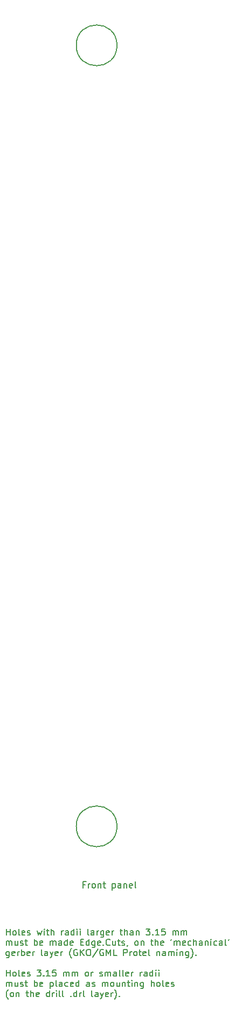
<source format=gbr>
%TF.GenerationSoftware,KiCad,Pcbnew,7.0.6*%
%TF.CreationDate,2023-08-06T19:51:51+10:00*%
%TF.ProjectId,headphone_sum_FRONT,68656164-7068-46f6-9e65-5f73756d5f46,rev?*%
%TF.SameCoordinates,Original*%
%TF.FileFunction,Other,Comment*%
%FSLAX46Y46*%
G04 Gerber Fmt 4.6, Leading zero omitted, Abs format (unit mm)*
G04 Created by KiCad (PCBNEW 7.0.6) date 2023-08-06 19:51:51*
%MOMM*%
%LPD*%
G01*
G04 APERTURE LIST*
%ADD10C,0.150000*%
G04 APERTURE END LIST*
D10*
X-12293715Y-15374209D02*
X-12627048Y-15374209D01*
X-12627048Y-15898019D02*
X-12627048Y-14898019D01*
X-12627048Y-14898019D02*
X-12150858Y-14898019D01*
X-11769905Y-15898019D02*
X-11769905Y-15231352D01*
X-11769905Y-15421828D02*
X-11722286Y-15326590D01*
X-11722286Y-15326590D02*
X-11674667Y-15278971D01*
X-11674667Y-15278971D02*
X-11579429Y-15231352D01*
X-11579429Y-15231352D02*
X-11484191Y-15231352D01*
X-11008000Y-15898019D02*
X-11103238Y-15850400D01*
X-11103238Y-15850400D02*
X-11150857Y-15802780D01*
X-11150857Y-15802780D02*
X-11198476Y-15707542D01*
X-11198476Y-15707542D02*
X-11198476Y-15421828D01*
X-11198476Y-15421828D02*
X-11150857Y-15326590D01*
X-11150857Y-15326590D02*
X-11103238Y-15278971D01*
X-11103238Y-15278971D02*
X-11008000Y-15231352D01*
X-11008000Y-15231352D02*
X-10865143Y-15231352D01*
X-10865143Y-15231352D02*
X-10769905Y-15278971D01*
X-10769905Y-15278971D02*
X-10722286Y-15326590D01*
X-10722286Y-15326590D02*
X-10674667Y-15421828D01*
X-10674667Y-15421828D02*
X-10674667Y-15707542D01*
X-10674667Y-15707542D02*
X-10722286Y-15802780D01*
X-10722286Y-15802780D02*
X-10769905Y-15850400D01*
X-10769905Y-15850400D02*
X-10865143Y-15898019D01*
X-10865143Y-15898019D02*
X-11008000Y-15898019D01*
X-10246095Y-15231352D02*
X-10246095Y-15898019D01*
X-10246095Y-15326590D02*
X-10198476Y-15278971D01*
X-10198476Y-15278971D02*
X-10103238Y-15231352D01*
X-10103238Y-15231352D02*
X-9960381Y-15231352D01*
X-9960381Y-15231352D02*
X-9865143Y-15278971D01*
X-9865143Y-15278971D02*
X-9817524Y-15374209D01*
X-9817524Y-15374209D02*
X-9817524Y-15898019D01*
X-9484190Y-15231352D02*
X-9103238Y-15231352D01*
X-9341333Y-14898019D02*
X-9341333Y-15755161D01*
X-9341333Y-15755161D02*
X-9293714Y-15850400D01*
X-9293714Y-15850400D02*
X-9198476Y-15898019D01*
X-9198476Y-15898019D02*
X-9103238Y-15898019D01*
X-8007999Y-15231352D02*
X-8007999Y-16231352D01*
X-8007999Y-15278971D02*
X-7912761Y-15231352D01*
X-7912761Y-15231352D02*
X-7722285Y-15231352D01*
X-7722285Y-15231352D02*
X-7627047Y-15278971D01*
X-7627047Y-15278971D02*
X-7579428Y-15326590D01*
X-7579428Y-15326590D02*
X-7531809Y-15421828D01*
X-7531809Y-15421828D02*
X-7531809Y-15707542D01*
X-7531809Y-15707542D02*
X-7579428Y-15802780D01*
X-7579428Y-15802780D02*
X-7627047Y-15850400D01*
X-7627047Y-15850400D02*
X-7722285Y-15898019D01*
X-7722285Y-15898019D02*
X-7912761Y-15898019D01*
X-7912761Y-15898019D02*
X-8007999Y-15850400D01*
X-6674666Y-15898019D02*
X-6674666Y-15374209D01*
X-6674666Y-15374209D02*
X-6722285Y-15278971D01*
X-6722285Y-15278971D02*
X-6817523Y-15231352D01*
X-6817523Y-15231352D02*
X-7007999Y-15231352D01*
X-7007999Y-15231352D02*
X-7103237Y-15278971D01*
X-6674666Y-15850400D02*
X-6769904Y-15898019D01*
X-6769904Y-15898019D02*
X-7007999Y-15898019D01*
X-7007999Y-15898019D02*
X-7103237Y-15850400D01*
X-7103237Y-15850400D02*
X-7150856Y-15755161D01*
X-7150856Y-15755161D02*
X-7150856Y-15659923D01*
X-7150856Y-15659923D02*
X-7103237Y-15564685D01*
X-7103237Y-15564685D02*
X-7007999Y-15517066D01*
X-7007999Y-15517066D02*
X-6769904Y-15517066D01*
X-6769904Y-15517066D02*
X-6674666Y-15469447D01*
X-6198475Y-15231352D02*
X-6198475Y-15898019D01*
X-6198475Y-15326590D02*
X-6150856Y-15278971D01*
X-6150856Y-15278971D02*
X-6055618Y-15231352D01*
X-6055618Y-15231352D02*
X-5912761Y-15231352D01*
X-5912761Y-15231352D02*
X-5817523Y-15278971D01*
X-5817523Y-15278971D02*
X-5769904Y-15374209D01*
X-5769904Y-15374209D02*
X-5769904Y-15898019D01*
X-4912761Y-15850400D02*
X-5007999Y-15898019D01*
X-5007999Y-15898019D02*
X-5198475Y-15898019D01*
X-5198475Y-15898019D02*
X-5293713Y-15850400D01*
X-5293713Y-15850400D02*
X-5341332Y-15755161D01*
X-5341332Y-15755161D02*
X-5341332Y-15374209D01*
X-5341332Y-15374209D02*
X-5293713Y-15278971D01*
X-5293713Y-15278971D02*
X-5198475Y-15231352D01*
X-5198475Y-15231352D02*
X-5007999Y-15231352D01*
X-5007999Y-15231352D02*
X-4912761Y-15278971D01*
X-4912761Y-15278971D02*
X-4865142Y-15374209D01*
X-4865142Y-15374209D02*
X-4865142Y-15469447D01*
X-4865142Y-15469447D02*
X-5341332Y-15564685D01*
X-4293713Y-15898019D02*
X-4388951Y-15850400D01*
X-4388951Y-15850400D02*
X-4436570Y-15755161D01*
X-4436570Y-15755161D02*
X-4436570Y-14898019D01*
X-24656820Y-23310819D02*
X-24656820Y-22310819D01*
X-24656820Y-22787009D02*
X-24085392Y-22787009D01*
X-24085392Y-23310819D02*
X-24085392Y-22310819D01*
X-23466344Y-23310819D02*
X-23561582Y-23263200D01*
X-23561582Y-23263200D02*
X-23609201Y-23215580D01*
X-23609201Y-23215580D02*
X-23656820Y-23120342D01*
X-23656820Y-23120342D02*
X-23656820Y-22834628D01*
X-23656820Y-22834628D02*
X-23609201Y-22739390D01*
X-23609201Y-22739390D02*
X-23561582Y-22691771D01*
X-23561582Y-22691771D02*
X-23466344Y-22644152D01*
X-23466344Y-22644152D02*
X-23323487Y-22644152D01*
X-23323487Y-22644152D02*
X-23228249Y-22691771D01*
X-23228249Y-22691771D02*
X-23180630Y-22739390D01*
X-23180630Y-22739390D02*
X-23133011Y-22834628D01*
X-23133011Y-22834628D02*
X-23133011Y-23120342D01*
X-23133011Y-23120342D02*
X-23180630Y-23215580D01*
X-23180630Y-23215580D02*
X-23228249Y-23263200D01*
X-23228249Y-23263200D02*
X-23323487Y-23310819D01*
X-23323487Y-23310819D02*
X-23466344Y-23310819D01*
X-22561582Y-23310819D02*
X-22656820Y-23263200D01*
X-22656820Y-23263200D02*
X-22704439Y-23167961D01*
X-22704439Y-23167961D02*
X-22704439Y-22310819D01*
X-21799677Y-23263200D02*
X-21894915Y-23310819D01*
X-21894915Y-23310819D02*
X-22085391Y-23310819D01*
X-22085391Y-23310819D02*
X-22180629Y-23263200D01*
X-22180629Y-23263200D02*
X-22228248Y-23167961D01*
X-22228248Y-23167961D02*
X-22228248Y-22787009D01*
X-22228248Y-22787009D02*
X-22180629Y-22691771D01*
X-22180629Y-22691771D02*
X-22085391Y-22644152D01*
X-22085391Y-22644152D02*
X-21894915Y-22644152D01*
X-21894915Y-22644152D02*
X-21799677Y-22691771D01*
X-21799677Y-22691771D02*
X-21752058Y-22787009D01*
X-21752058Y-22787009D02*
X-21752058Y-22882247D01*
X-21752058Y-22882247D02*
X-22228248Y-22977485D01*
X-21371105Y-23263200D02*
X-21275867Y-23310819D01*
X-21275867Y-23310819D02*
X-21085391Y-23310819D01*
X-21085391Y-23310819D02*
X-20990153Y-23263200D01*
X-20990153Y-23263200D02*
X-20942534Y-23167961D01*
X-20942534Y-23167961D02*
X-20942534Y-23120342D01*
X-20942534Y-23120342D02*
X-20990153Y-23025104D01*
X-20990153Y-23025104D02*
X-21085391Y-22977485D01*
X-21085391Y-22977485D02*
X-21228248Y-22977485D01*
X-21228248Y-22977485D02*
X-21323486Y-22929866D01*
X-21323486Y-22929866D02*
X-21371105Y-22834628D01*
X-21371105Y-22834628D02*
X-21371105Y-22787009D01*
X-21371105Y-22787009D02*
X-21323486Y-22691771D01*
X-21323486Y-22691771D02*
X-21228248Y-22644152D01*
X-21228248Y-22644152D02*
X-21085391Y-22644152D01*
X-21085391Y-22644152D02*
X-20990153Y-22691771D01*
X-19847295Y-22644152D02*
X-19656819Y-23310819D01*
X-19656819Y-23310819D02*
X-19466343Y-22834628D01*
X-19466343Y-22834628D02*
X-19275867Y-23310819D01*
X-19275867Y-23310819D02*
X-19085391Y-22644152D01*
X-18704438Y-23310819D02*
X-18704438Y-22644152D01*
X-18704438Y-22310819D02*
X-18752057Y-22358438D01*
X-18752057Y-22358438D02*
X-18704438Y-22406057D01*
X-18704438Y-22406057D02*
X-18656819Y-22358438D01*
X-18656819Y-22358438D02*
X-18704438Y-22310819D01*
X-18704438Y-22310819D02*
X-18704438Y-22406057D01*
X-18371105Y-22644152D02*
X-17990153Y-22644152D01*
X-18228248Y-22310819D02*
X-18228248Y-23167961D01*
X-18228248Y-23167961D02*
X-18180629Y-23263200D01*
X-18180629Y-23263200D02*
X-18085391Y-23310819D01*
X-18085391Y-23310819D02*
X-17990153Y-23310819D01*
X-17656819Y-23310819D02*
X-17656819Y-22310819D01*
X-17228248Y-23310819D02*
X-17228248Y-22787009D01*
X-17228248Y-22787009D02*
X-17275867Y-22691771D01*
X-17275867Y-22691771D02*
X-17371105Y-22644152D01*
X-17371105Y-22644152D02*
X-17513962Y-22644152D01*
X-17513962Y-22644152D02*
X-17609200Y-22691771D01*
X-17609200Y-22691771D02*
X-17656819Y-22739390D01*
X-15990152Y-23310819D02*
X-15990152Y-22644152D01*
X-15990152Y-22834628D02*
X-15942533Y-22739390D01*
X-15942533Y-22739390D02*
X-15894914Y-22691771D01*
X-15894914Y-22691771D02*
X-15799676Y-22644152D01*
X-15799676Y-22644152D02*
X-15704438Y-22644152D01*
X-14942533Y-23310819D02*
X-14942533Y-22787009D01*
X-14942533Y-22787009D02*
X-14990152Y-22691771D01*
X-14990152Y-22691771D02*
X-15085390Y-22644152D01*
X-15085390Y-22644152D02*
X-15275866Y-22644152D01*
X-15275866Y-22644152D02*
X-15371104Y-22691771D01*
X-14942533Y-23263200D02*
X-15037771Y-23310819D01*
X-15037771Y-23310819D02*
X-15275866Y-23310819D01*
X-15275866Y-23310819D02*
X-15371104Y-23263200D01*
X-15371104Y-23263200D02*
X-15418723Y-23167961D01*
X-15418723Y-23167961D02*
X-15418723Y-23072723D01*
X-15418723Y-23072723D02*
X-15371104Y-22977485D01*
X-15371104Y-22977485D02*
X-15275866Y-22929866D01*
X-15275866Y-22929866D02*
X-15037771Y-22929866D01*
X-15037771Y-22929866D02*
X-14942533Y-22882247D01*
X-14037771Y-23310819D02*
X-14037771Y-22310819D01*
X-14037771Y-23263200D02*
X-14133009Y-23310819D01*
X-14133009Y-23310819D02*
X-14323485Y-23310819D01*
X-14323485Y-23310819D02*
X-14418723Y-23263200D01*
X-14418723Y-23263200D02*
X-14466342Y-23215580D01*
X-14466342Y-23215580D02*
X-14513961Y-23120342D01*
X-14513961Y-23120342D02*
X-14513961Y-22834628D01*
X-14513961Y-22834628D02*
X-14466342Y-22739390D01*
X-14466342Y-22739390D02*
X-14418723Y-22691771D01*
X-14418723Y-22691771D02*
X-14323485Y-22644152D01*
X-14323485Y-22644152D02*
X-14133009Y-22644152D01*
X-14133009Y-22644152D02*
X-14037771Y-22691771D01*
X-13561580Y-23310819D02*
X-13561580Y-22644152D01*
X-13561580Y-22310819D02*
X-13609199Y-22358438D01*
X-13609199Y-22358438D02*
X-13561580Y-22406057D01*
X-13561580Y-22406057D02*
X-13513961Y-22358438D01*
X-13513961Y-22358438D02*
X-13561580Y-22310819D01*
X-13561580Y-22310819D02*
X-13561580Y-22406057D01*
X-13085390Y-23310819D02*
X-13085390Y-22644152D01*
X-13085390Y-22310819D02*
X-13133009Y-22358438D01*
X-13133009Y-22358438D02*
X-13085390Y-22406057D01*
X-13085390Y-22406057D02*
X-13037771Y-22358438D01*
X-13037771Y-22358438D02*
X-13085390Y-22310819D01*
X-13085390Y-22310819D02*
X-13085390Y-22406057D01*
X-11704438Y-23310819D02*
X-11799676Y-23263200D01*
X-11799676Y-23263200D02*
X-11847295Y-23167961D01*
X-11847295Y-23167961D02*
X-11847295Y-22310819D01*
X-10894914Y-23310819D02*
X-10894914Y-22787009D01*
X-10894914Y-22787009D02*
X-10942533Y-22691771D01*
X-10942533Y-22691771D02*
X-11037771Y-22644152D01*
X-11037771Y-22644152D02*
X-11228247Y-22644152D01*
X-11228247Y-22644152D02*
X-11323485Y-22691771D01*
X-10894914Y-23263200D02*
X-10990152Y-23310819D01*
X-10990152Y-23310819D02*
X-11228247Y-23310819D01*
X-11228247Y-23310819D02*
X-11323485Y-23263200D01*
X-11323485Y-23263200D02*
X-11371104Y-23167961D01*
X-11371104Y-23167961D02*
X-11371104Y-23072723D01*
X-11371104Y-23072723D02*
X-11323485Y-22977485D01*
X-11323485Y-22977485D02*
X-11228247Y-22929866D01*
X-11228247Y-22929866D02*
X-10990152Y-22929866D01*
X-10990152Y-22929866D02*
X-10894914Y-22882247D01*
X-10418723Y-23310819D02*
X-10418723Y-22644152D01*
X-10418723Y-22834628D02*
X-10371104Y-22739390D01*
X-10371104Y-22739390D02*
X-10323485Y-22691771D01*
X-10323485Y-22691771D02*
X-10228247Y-22644152D01*
X-10228247Y-22644152D02*
X-10133009Y-22644152D01*
X-9371104Y-22644152D02*
X-9371104Y-23453676D01*
X-9371104Y-23453676D02*
X-9418723Y-23548914D01*
X-9418723Y-23548914D02*
X-9466342Y-23596533D01*
X-9466342Y-23596533D02*
X-9561580Y-23644152D01*
X-9561580Y-23644152D02*
X-9704437Y-23644152D01*
X-9704437Y-23644152D02*
X-9799675Y-23596533D01*
X-9371104Y-23263200D02*
X-9466342Y-23310819D01*
X-9466342Y-23310819D02*
X-9656818Y-23310819D01*
X-9656818Y-23310819D02*
X-9752056Y-23263200D01*
X-9752056Y-23263200D02*
X-9799675Y-23215580D01*
X-9799675Y-23215580D02*
X-9847294Y-23120342D01*
X-9847294Y-23120342D02*
X-9847294Y-22834628D01*
X-9847294Y-22834628D02*
X-9799675Y-22739390D01*
X-9799675Y-22739390D02*
X-9752056Y-22691771D01*
X-9752056Y-22691771D02*
X-9656818Y-22644152D01*
X-9656818Y-22644152D02*
X-9466342Y-22644152D01*
X-9466342Y-22644152D02*
X-9371104Y-22691771D01*
X-8513961Y-23263200D02*
X-8609199Y-23310819D01*
X-8609199Y-23310819D02*
X-8799675Y-23310819D01*
X-8799675Y-23310819D02*
X-8894913Y-23263200D01*
X-8894913Y-23263200D02*
X-8942532Y-23167961D01*
X-8942532Y-23167961D02*
X-8942532Y-22787009D01*
X-8942532Y-22787009D02*
X-8894913Y-22691771D01*
X-8894913Y-22691771D02*
X-8799675Y-22644152D01*
X-8799675Y-22644152D02*
X-8609199Y-22644152D01*
X-8609199Y-22644152D02*
X-8513961Y-22691771D01*
X-8513961Y-22691771D02*
X-8466342Y-22787009D01*
X-8466342Y-22787009D02*
X-8466342Y-22882247D01*
X-8466342Y-22882247D02*
X-8942532Y-22977485D01*
X-8037770Y-23310819D02*
X-8037770Y-22644152D01*
X-8037770Y-22834628D02*
X-7990151Y-22739390D01*
X-7990151Y-22739390D02*
X-7942532Y-22691771D01*
X-7942532Y-22691771D02*
X-7847294Y-22644152D01*
X-7847294Y-22644152D02*
X-7752056Y-22644152D01*
X-6799674Y-22644152D02*
X-6418722Y-22644152D01*
X-6656817Y-22310819D02*
X-6656817Y-23167961D01*
X-6656817Y-23167961D02*
X-6609198Y-23263200D01*
X-6609198Y-23263200D02*
X-6513960Y-23310819D01*
X-6513960Y-23310819D02*
X-6418722Y-23310819D01*
X-6085388Y-23310819D02*
X-6085388Y-22310819D01*
X-5656817Y-23310819D02*
X-5656817Y-22787009D01*
X-5656817Y-22787009D02*
X-5704436Y-22691771D01*
X-5704436Y-22691771D02*
X-5799674Y-22644152D01*
X-5799674Y-22644152D02*
X-5942531Y-22644152D01*
X-5942531Y-22644152D02*
X-6037769Y-22691771D01*
X-6037769Y-22691771D02*
X-6085388Y-22739390D01*
X-4752055Y-23310819D02*
X-4752055Y-22787009D01*
X-4752055Y-22787009D02*
X-4799674Y-22691771D01*
X-4799674Y-22691771D02*
X-4894912Y-22644152D01*
X-4894912Y-22644152D02*
X-5085388Y-22644152D01*
X-5085388Y-22644152D02*
X-5180626Y-22691771D01*
X-4752055Y-23263200D02*
X-4847293Y-23310819D01*
X-4847293Y-23310819D02*
X-5085388Y-23310819D01*
X-5085388Y-23310819D02*
X-5180626Y-23263200D01*
X-5180626Y-23263200D02*
X-5228245Y-23167961D01*
X-5228245Y-23167961D02*
X-5228245Y-23072723D01*
X-5228245Y-23072723D02*
X-5180626Y-22977485D01*
X-5180626Y-22977485D02*
X-5085388Y-22929866D01*
X-5085388Y-22929866D02*
X-4847293Y-22929866D01*
X-4847293Y-22929866D02*
X-4752055Y-22882247D01*
X-4275864Y-22644152D02*
X-4275864Y-23310819D01*
X-4275864Y-22739390D02*
X-4228245Y-22691771D01*
X-4228245Y-22691771D02*
X-4133007Y-22644152D01*
X-4133007Y-22644152D02*
X-3990150Y-22644152D01*
X-3990150Y-22644152D02*
X-3894912Y-22691771D01*
X-3894912Y-22691771D02*
X-3847293Y-22787009D01*
X-3847293Y-22787009D02*
X-3847293Y-23310819D01*
X-2704435Y-22310819D02*
X-2085388Y-22310819D01*
X-2085388Y-22310819D02*
X-2418721Y-22691771D01*
X-2418721Y-22691771D02*
X-2275864Y-22691771D01*
X-2275864Y-22691771D02*
X-2180626Y-22739390D01*
X-2180626Y-22739390D02*
X-2133007Y-22787009D01*
X-2133007Y-22787009D02*
X-2085388Y-22882247D01*
X-2085388Y-22882247D02*
X-2085388Y-23120342D01*
X-2085388Y-23120342D02*
X-2133007Y-23215580D01*
X-2133007Y-23215580D02*
X-2180626Y-23263200D01*
X-2180626Y-23263200D02*
X-2275864Y-23310819D01*
X-2275864Y-23310819D02*
X-2561578Y-23310819D01*
X-2561578Y-23310819D02*
X-2656816Y-23263200D01*
X-2656816Y-23263200D02*
X-2704435Y-23215580D01*
X-1656816Y-23215580D02*
X-1609197Y-23263200D01*
X-1609197Y-23263200D02*
X-1656816Y-23310819D01*
X-1656816Y-23310819D02*
X-1704435Y-23263200D01*
X-1704435Y-23263200D02*
X-1656816Y-23215580D01*
X-1656816Y-23215580D02*
X-1656816Y-23310819D01*
X-656817Y-23310819D02*
X-1228245Y-23310819D01*
X-942531Y-23310819D02*
X-942531Y-22310819D01*
X-942531Y-22310819D02*
X-1037769Y-22453676D01*
X-1037769Y-22453676D02*
X-1133007Y-22548914D01*
X-1133007Y-22548914D02*
X-1228245Y-22596533D01*
X247944Y-22310819D02*
X-228245Y-22310819D01*
X-228245Y-22310819D02*
X-275864Y-22787009D01*
X-275864Y-22787009D02*
X-228245Y-22739390D01*
X-228245Y-22739390D02*
X-133007Y-22691771D01*
X-133007Y-22691771D02*
X105087Y-22691771D01*
X105087Y-22691771D02*
X200325Y-22739390D01*
X200325Y-22739390D02*
X247944Y-22787009D01*
X247944Y-22787009D02*
X295563Y-22882247D01*
X295563Y-22882247D02*
X295563Y-23120342D01*
X295563Y-23120342D02*
X247944Y-23215580D01*
X247944Y-23215580D02*
X200325Y-23263200D01*
X200325Y-23263200D02*
X105087Y-23310819D01*
X105087Y-23310819D02*
X-133007Y-23310819D01*
X-133007Y-23310819D02*
X-228245Y-23263200D01*
X-228245Y-23263200D02*
X-275864Y-23215580D01*
X1486040Y-23310819D02*
X1486040Y-22644152D01*
X1486040Y-22739390D02*
X1533659Y-22691771D01*
X1533659Y-22691771D02*
X1628897Y-22644152D01*
X1628897Y-22644152D02*
X1771754Y-22644152D01*
X1771754Y-22644152D02*
X1866992Y-22691771D01*
X1866992Y-22691771D02*
X1914611Y-22787009D01*
X1914611Y-22787009D02*
X1914611Y-23310819D01*
X1914611Y-22787009D02*
X1962230Y-22691771D01*
X1962230Y-22691771D02*
X2057468Y-22644152D01*
X2057468Y-22644152D02*
X2200325Y-22644152D01*
X2200325Y-22644152D02*
X2295564Y-22691771D01*
X2295564Y-22691771D02*
X2343183Y-22787009D01*
X2343183Y-22787009D02*
X2343183Y-23310819D01*
X2819373Y-23310819D02*
X2819373Y-22644152D01*
X2819373Y-22739390D02*
X2866992Y-22691771D01*
X2866992Y-22691771D02*
X2962230Y-22644152D01*
X2962230Y-22644152D02*
X3105087Y-22644152D01*
X3105087Y-22644152D02*
X3200325Y-22691771D01*
X3200325Y-22691771D02*
X3247944Y-22787009D01*
X3247944Y-22787009D02*
X3247944Y-23310819D01*
X3247944Y-22787009D02*
X3295563Y-22691771D01*
X3295563Y-22691771D02*
X3390801Y-22644152D01*
X3390801Y-22644152D02*
X3533658Y-22644152D01*
X3533658Y-22644152D02*
X3628897Y-22691771D01*
X3628897Y-22691771D02*
X3676516Y-22787009D01*
X3676516Y-22787009D02*
X3676516Y-23310819D01*
X-24656820Y-24920819D02*
X-24656820Y-24254152D01*
X-24656820Y-24349390D02*
X-24609201Y-24301771D01*
X-24609201Y-24301771D02*
X-24513963Y-24254152D01*
X-24513963Y-24254152D02*
X-24371106Y-24254152D01*
X-24371106Y-24254152D02*
X-24275868Y-24301771D01*
X-24275868Y-24301771D02*
X-24228249Y-24397009D01*
X-24228249Y-24397009D02*
X-24228249Y-24920819D01*
X-24228249Y-24397009D02*
X-24180630Y-24301771D01*
X-24180630Y-24301771D02*
X-24085392Y-24254152D01*
X-24085392Y-24254152D02*
X-23942535Y-24254152D01*
X-23942535Y-24254152D02*
X-23847296Y-24301771D01*
X-23847296Y-24301771D02*
X-23799677Y-24397009D01*
X-23799677Y-24397009D02*
X-23799677Y-24920819D01*
X-22894916Y-24254152D02*
X-22894916Y-24920819D01*
X-23323487Y-24254152D02*
X-23323487Y-24777961D01*
X-23323487Y-24777961D02*
X-23275868Y-24873200D01*
X-23275868Y-24873200D02*
X-23180630Y-24920819D01*
X-23180630Y-24920819D02*
X-23037773Y-24920819D01*
X-23037773Y-24920819D02*
X-22942535Y-24873200D01*
X-22942535Y-24873200D02*
X-22894916Y-24825580D01*
X-22466344Y-24873200D02*
X-22371106Y-24920819D01*
X-22371106Y-24920819D02*
X-22180630Y-24920819D01*
X-22180630Y-24920819D02*
X-22085392Y-24873200D01*
X-22085392Y-24873200D02*
X-22037773Y-24777961D01*
X-22037773Y-24777961D02*
X-22037773Y-24730342D01*
X-22037773Y-24730342D02*
X-22085392Y-24635104D01*
X-22085392Y-24635104D02*
X-22180630Y-24587485D01*
X-22180630Y-24587485D02*
X-22323487Y-24587485D01*
X-22323487Y-24587485D02*
X-22418725Y-24539866D01*
X-22418725Y-24539866D02*
X-22466344Y-24444628D01*
X-22466344Y-24444628D02*
X-22466344Y-24397009D01*
X-22466344Y-24397009D02*
X-22418725Y-24301771D01*
X-22418725Y-24301771D02*
X-22323487Y-24254152D01*
X-22323487Y-24254152D02*
X-22180630Y-24254152D01*
X-22180630Y-24254152D02*
X-22085392Y-24301771D01*
X-21752058Y-24254152D02*
X-21371106Y-24254152D01*
X-21609201Y-23920819D02*
X-21609201Y-24777961D01*
X-21609201Y-24777961D02*
X-21561582Y-24873200D01*
X-21561582Y-24873200D02*
X-21466344Y-24920819D01*
X-21466344Y-24920819D02*
X-21371106Y-24920819D01*
X-20275867Y-24920819D02*
X-20275867Y-23920819D01*
X-20275867Y-24301771D02*
X-20180629Y-24254152D01*
X-20180629Y-24254152D02*
X-19990153Y-24254152D01*
X-19990153Y-24254152D02*
X-19894915Y-24301771D01*
X-19894915Y-24301771D02*
X-19847296Y-24349390D01*
X-19847296Y-24349390D02*
X-19799677Y-24444628D01*
X-19799677Y-24444628D02*
X-19799677Y-24730342D01*
X-19799677Y-24730342D02*
X-19847296Y-24825580D01*
X-19847296Y-24825580D02*
X-19894915Y-24873200D01*
X-19894915Y-24873200D02*
X-19990153Y-24920819D01*
X-19990153Y-24920819D02*
X-20180629Y-24920819D01*
X-20180629Y-24920819D02*
X-20275867Y-24873200D01*
X-18990153Y-24873200D02*
X-19085391Y-24920819D01*
X-19085391Y-24920819D02*
X-19275867Y-24920819D01*
X-19275867Y-24920819D02*
X-19371105Y-24873200D01*
X-19371105Y-24873200D02*
X-19418724Y-24777961D01*
X-19418724Y-24777961D02*
X-19418724Y-24397009D01*
X-19418724Y-24397009D02*
X-19371105Y-24301771D01*
X-19371105Y-24301771D02*
X-19275867Y-24254152D01*
X-19275867Y-24254152D02*
X-19085391Y-24254152D01*
X-19085391Y-24254152D02*
X-18990153Y-24301771D01*
X-18990153Y-24301771D02*
X-18942534Y-24397009D01*
X-18942534Y-24397009D02*
X-18942534Y-24492247D01*
X-18942534Y-24492247D02*
X-19418724Y-24587485D01*
X-17752057Y-24920819D02*
X-17752057Y-24254152D01*
X-17752057Y-24349390D02*
X-17704438Y-24301771D01*
X-17704438Y-24301771D02*
X-17609200Y-24254152D01*
X-17609200Y-24254152D02*
X-17466343Y-24254152D01*
X-17466343Y-24254152D02*
X-17371105Y-24301771D01*
X-17371105Y-24301771D02*
X-17323486Y-24397009D01*
X-17323486Y-24397009D02*
X-17323486Y-24920819D01*
X-17323486Y-24397009D02*
X-17275867Y-24301771D01*
X-17275867Y-24301771D02*
X-17180629Y-24254152D01*
X-17180629Y-24254152D02*
X-17037772Y-24254152D01*
X-17037772Y-24254152D02*
X-16942533Y-24301771D01*
X-16942533Y-24301771D02*
X-16894914Y-24397009D01*
X-16894914Y-24397009D02*
X-16894914Y-24920819D01*
X-15990153Y-24920819D02*
X-15990153Y-24397009D01*
X-15990153Y-24397009D02*
X-16037772Y-24301771D01*
X-16037772Y-24301771D02*
X-16133010Y-24254152D01*
X-16133010Y-24254152D02*
X-16323486Y-24254152D01*
X-16323486Y-24254152D02*
X-16418724Y-24301771D01*
X-15990153Y-24873200D02*
X-16085391Y-24920819D01*
X-16085391Y-24920819D02*
X-16323486Y-24920819D01*
X-16323486Y-24920819D02*
X-16418724Y-24873200D01*
X-16418724Y-24873200D02*
X-16466343Y-24777961D01*
X-16466343Y-24777961D02*
X-16466343Y-24682723D01*
X-16466343Y-24682723D02*
X-16418724Y-24587485D01*
X-16418724Y-24587485D02*
X-16323486Y-24539866D01*
X-16323486Y-24539866D02*
X-16085391Y-24539866D01*
X-16085391Y-24539866D02*
X-15990153Y-24492247D01*
X-15085391Y-24920819D02*
X-15085391Y-23920819D01*
X-15085391Y-24873200D02*
X-15180629Y-24920819D01*
X-15180629Y-24920819D02*
X-15371105Y-24920819D01*
X-15371105Y-24920819D02*
X-15466343Y-24873200D01*
X-15466343Y-24873200D02*
X-15513962Y-24825580D01*
X-15513962Y-24825580D02*
X-15561581Y-24730342D01*
X-15561581Y-24730342D02*
X-15561581Y-24444628D01*
X-15561581Y-24444628D02*
X-15513962Y-24349390D01*
X-15513962Y-24349390D02*
X-15466343Y-24301771D01*
X-15466343Y-24301771D02*
X-15371105Y-24254152D01*
X-15371105Y-24254152D02*
X-15180629Y-24254152D01*
X-15180629Y-24254152D02*
X-15085391Y-24301771D01*
X-14228248Y-24873200D02*
X-14323486Y-24920819D01*
X-14323486Y-24920819D02*
X-14513962Y-24920819D01*
X-14513962Y-24920819D02*
X-14609200Y-24873200D01*
X-14609200Y-24873200D02*
X-14656819Y-24777961D01*
X-14656819Y-24777961D02*
X-14656819Y-24397009D01*
X-14656819Y-24397009D02*
X-14609200Y-24301771D01*
X-14609200Y-24301771D02*
X-14513962Y-24254152D01*
X-14513962Y-24254152D02*
X-14323486Y-24254152D01*
X-14323486Y-24254152D02*
X-14228248Y-24301771D01*
X-14228248Y-24301771D02*
X-14180629Y-24397009D01*
X-14180629Y-24397009D02*
X-14180629Y-24492247D01*
X-14180629Y-24492247D02*
X-14656819Y-24587485D01*
X-12990152Y-24397009D02*
X-12656819Y-24397009D01*
X-12513962Y-24920819D02*
X-12990152Y-24920819D01*
X-12990152Y-24920819D02*
X-12990152Y-23920819D01*
X-12990152Y-23920819D02*
X-12513962Y-23920819D01*
X-11656819Y-24920819D02*
X-11656819Y-23920819D01*
X-11656819Y-24873200D02*
X-11752057Y-24920819D01*
X-11752057Y-24920819D02*
X-11942533Y-24920819D01*
X-11942533Y-24920819D02*
X-12037771Y-24873200D01*
X-12037771Y-24873200D02*
X-12085390Y-24825580D01*
X-12085390Y-24825580D02*
X-12133009Y-24730342D01*
X-12133009Y-24730342D02*
X-12133009Y-24444628D01*
X-12133009Y-24444628D02*
X-12085390Y-24349390D01*
X-12085390Y-24349390D02*
X-12037771Y-24301771D01*
X-12037771Y-24301771D02*
X-11942533Y-24254152D01*
X-11942533Y-24254152D02*
X-11752057Y-24254152D01*
X-11752057Y-24254152D02*
X-11656819Y-24301771D01*
X-10752057Y-24254152D02*
X-10752057Y-25063676D01*
X-10752057Y-25063676D02*
X-10799676Y-25158914D01*
X-10799676Y-25158914D02*
X-10847295Y-25206533D01*
X-10847295Y-25206533D02*
X-10942533Y-25254152D01*
X-10942533Y-25254152D02*
X-11085390Y-25254152D01*
X-11085390Y-25254152D02*
X-11180628Y-25206533D01*
X-10752057Y-24873200D02*
X-10847295Y-24920819D01*
X-10847295Y-24920819D02*
X-11037771Y-24920819D01*
X-11037771Y-24920819D02*
X-11133009Y-24873200D01*
X-11133009Y-24873200D02*
X-11180628Y-24825580D01*
X-11180628Y-24825580D02*
X-11228247Y-24730342D01*
X-11228247Y-24730342D02*
X-11228247Y-24444628D01*
X-11228247Y-24444628D02*
X-11180628Y-24349390D01*
X-11180628Y-24349390D02*
X-11133009Y-24301771D01*
X-11133009Y-24301771D02*
X-11037771Y-24254152D01*
X-11037771Y-24254152D02*
X-10847295Y-24254152D01*
X-10847295Y-24254152D02*
X-10752057Y-24301771D01*
X-9894914Y-24873200D02*
X-9990152Y-24920819D01*
X-9990152Y-24920819D02*
X-10180628Y-24920819D01*
X-10180628Y-24920819D02*
X-10275866Y-24873200D01*
X-10275866Y-24873200D02*
X-10323485Y-24777961D01*
X-10323485Y-24777961D02*
X-10323485Y-24397009D01*
X-10323485Y-24397009D02*
X-10275866Y-24301771D01*
X-10275866Y-24301771D02*
X-10180628Y-24254152D01*
X-10180628Y-24254152D02*
X-9990152Y-24254152D01*
X-9990152Y-24254152D02*
X-9894914Y-24301771D01*
X-9894914Y-24301771D02*
X-9847295Y-24397009D01*
X-9847295Y-24397009D02*
X-9847295Y-24492247D01*
X-9847295Y-24492247D02*
X-10323485Y-24587485D01*
X-9418723Y-24825580D02*
X-9371104Y-24873200D01*
X-9371104Y-24873200D02*
X-9418723Y-24920819D01*
X-9418723Y-24920819D02*
X-9466342Y-24873200D01*
X-9466342Y-24873200D02*
X-9418723Y-24825580D01*
X-9418723Y-24825580D02*
X-9418723Y-24920819D01*
X-8371105Y-24825580D02*
X-8418724Y-24873200D01*
X-8418724Y-24873200D02*
X-8561581Y-24920819D01*
X-8561581Y-24920819D02*
X-8656819Y-24920819D01*
X-8656819Y-24920819D02*
X-8799676Y-24873200D01*
X-8799676Y-24873200D02*
X-8894914Y-24777961D01*
X-8894914Y-24777961D02*
X-8942533Y-24682723D01*
X-8942533Y-24682723D02*
X-8990152Y-24492247D01*
X-8990152Y-24492247D02*
X-8990152Y-24349390D01*
X-8990152Y-24349390D02*
X-8942533Y-24158914D01*
X-8942533Y-24158914D02*
X-8894914Y-24063676D01*
X-8894914Y-24063676D02*
X-8799676Y-23968438D01*
X-8799676Y-23968438D02*
X-8656819Y-23920819D01*
X-8656819Y-23920819D02*
X-8561581Y-23920819D01*
X-8561581Y-23920819D02*
X-8418724Y-23968438D01*
X-8418724Y-23968438D02*
X-8371105Y-24016057D01*
X-7513962Y-24254152D02*
X-7513962Y-24920819D01*
X-7942533Y-24254152D02*
X-7942533Y-24777961D01*
X-7942533Y-24777961D02*
X-7894914Y-24873200D01*
X-7894914Y-24873200D02*
X-7799676Y-24920819D01*
X-7799676Y-24920819D02*
X-7656819Y-24920819D01*
X-7656819Y-24920819D02*
X-7561581Y-24873200D01*
X-7561581Y-24873200D02*
X-7513962Y-24825580D01*
X-7180628Y-24254152D02*
X-6799676Y-24254152D01*
X-7037771Y-23920819D02*
X-7037771Y-24777961D01*
X-7037771Y-24777961D02*
X-6990152Y-24873200D01*
X-6990152Y-24873200D02*
X-6894914Y-24920819D01*
X-6894914Y-24920819D02*
X-6799676Y-24920819D01*
X-6513961Y-24873200D02*
X-6418723Y-24920819D01*
X-6418723Y-24920819D02*
X-6228247Y-24920819D01*
X-6228247Y-24920819D02*
X-6133009Y-24873200D01*
X-6133009Y-24873200D02*
X-6085390Y-24777961D01*
X-6085390Y-24777961D02*
X-6085390Y-24730342D01*
X-6085390Y-24730342D02*
X-6133009Y-24635104D01*
X-6133009Y-24635104D02*
X-6228247Y-24587485D01*
X-6228247Y-24587485D02*
X-6371104Y-24587485D01*
X-6371104Y-24587485D02*
X-6466342Y-24539866D01*
X-6466342Y-24539866D02*
X-6513961Y-24444628D01*
X-6513961Y-24444628D02*
X-6513961Y-24397009D01*
X-6513961Y-24397009D02*
X-6466342Y-24301771D01*
X-6466342Y-24301771D02*
X-6371104Y-24254152D01*
X-6371104Y-24254152D02*
X-6228247Y-24254152D01*
X-6228247Y-24254152D02*
X-6133009Y-24301771D01*
X-5609199Y-24873200D02*
X-5609199Y-24920819D01*
X-5609199Y-24920819D02*
X-5656818Y-25016057D01*
X-5656818Y-25016057D02*
X-5704437Y-25063676D01*
X-4275866Y-24920819D02*
X-4371104Y-24873200D01*
X-4371104Y-24873200D02*
X-4418723Y-24825580D01*
X-4418723Y-24825580D02*
X-4466342Y-24730342D01*
X-4466342Y-24730342D02*
X-4466342Y-24444628D01*
X-4466342Y-24444628D02*
X-4418723Y-24349390D01*
X-4418723Y-24349390D02*
X-4371104Y-24301771D01*
X-4371104Y-24301771D02*
X-4275866Y-24254152D01*
X-4275866Y-24254152D02*
X-4133009Y-24254152D01*
X-4133009Y-24254152D02*
X-4037771Y-24301771D01*
X-4037771Y-24301771D02*
X-3990152Y-24349390D01*
X-3990152Y-24349390D02*
X-3942533Y-24444628D01*
X-3942533Y-24444628D02*
X-3942533Y-24730342D01*
X-3942533Y-24730342D02*
X-3990152Y-24825580D01*
X-3990152Y-24825580D02*
X-4037771Y-24873200D01*
X-4037771Y-24873200D02*
X-4133009Y-24920819D01*
X-4133009Y-24920819D02*
X-4275866Y-24920819D01*
X-3513961Y-24254152D02*
X-3513961Y-24920819D01*
X-3513961Y-24349390D02*
X-3466342Y-24301771D01*
X-3466342Y-24301771D02*
X-3371104Y-24254152D01*
X-3371104Y-24254152D02*
X-3228247Y-24254152D01*
X-3228247Y-24254152D02*
X-3133009Y-24301771D01*
X-3133009Y-24301771D02*
X-3085390Y-24397009D01*
X-3085390Y-24397009D02*
X-3085390Y-24920819D01*
X-1990151Y-24254152D02*
X-1609199Y-24254152D01*
X-1847294Y-23920819D02*
X-1847294Y-24777961D01*
X-1847294Y-24777961D02*
X-1799675Y-24873200D01*
X-1799675Y-24873200D02*
X-1704437Y-24920819D01*
X-1704437Y-24920819D02*
X-1609199Y-24920819D01*
X-1275865Y-24920819D02*
X-1275865Y-23920819D01*
X-847294Y-24920819D02*
X-847294Y-24397009D01*
X-847294Y-24397009D02*
X-894913Y-24301771D01*
X-894913Y-24301771D02*
X-990151Y-24254152D01*
X-990151Y-24254152D02*
X-1133008Y-24254152D01*
X-1133008Y-24254152D02*
X-1228246Y-24301771D01*
X-1228246Y-24301771D02*
X-1275865Y-24349390D01*
X9848Y-24873200D02*
X-85389Y-24920819D01*
X-85389Y-24920819D02*
X-275865Y-24920819D01*
X-275865Y-24920819D02*
X-371103Y-24873200D01*
X-371103Y-24873200D02*
X-418722Y-24777961D01*
X-418722Y-24777961D02*
X-418722Y-24397009D01*
X-418722Y-24397009D02*
X-371103Y-24301771D01*
X-371103Y-24301771D02*
X-275865Y-24254152D01*
X-275865Y-24254152D02*
X-85389Y-24254152D01*
X-85389Y-24254152D02*
X9848Y-24301771D01*
X9848Y-24301771D02*
X57467Y-24397009D01*
X57467Y-24397009D02*
X57467Y-24492247D01*
X57467Y-24492247D02*
X-418722Y-24587485D01*
X1295563Y-23920819D02*
X1200325Y-24111295D01*
X1724134Y-24920819D02*
X1724134Y-24254152D01*
X1724134Y-24349390D02*
X1771753Y-24301771D01*
X1771753Y-24301771D02*
X1866991Y-24254152D01*
X1866991Y-24254152D02*
X2009848Y-24254152D01*
X2009848Y-24254152D02*
X2105086Y-24301771D01*
X2105086Y-24301771D02*
X2152705Y-24397009D01*
X2152705Y-24397009D02*
X2152705Y-24920819D01*
X2152705Y-24397009D02*
X2200324Y-24301771D01*
X2200324Y-24301771D02*
X2295562Y-24254152D01*
X2295562Y-24254152D02*
X2438419Y-24254152D01*
X2438419Y-24254152D02*
X2533658Y-24301771D01*
X2533658Y-24301771D02*
X2581277Y-24397009D01*
X2581277Y-24397009D02*
X2581277Y-24920819D01*
X3438419Y-24873200D02*
X3343181Y-24920819D01*
X3343181Y-24920819D02*
X3152705Y-24920819D01*
X3152705Y-24920819D02*
X3057467Y-24873200D01*
X3057467Y-24873200D02*
X3009848Y-24777961D01*
X3009848Y-24777961D02*
X3009848Y-24397009D01*
X3009848Y-24397009D02*
X3057467Y-24301771D01*
X3057467Y-24301771D02*
X3152705Y-24254152D01*
X3152705Y-24254152D02*
X3343181Y-24254152D01*
X3343181Y-24254152D02*
X3438419Y-24301771D01*
X3438419Y-24301771D02*
X3486038Y-24397009D01*
X3486038Y-24397009D02*
X3486038Y-24492247D01*
X3486038Y-24492247D02*
X3009848Y-24587485D01*
X4343181Y-24873200D02*
X4247943Y-24920819D01*
X4247943Y-24920819D02*
X4057467Y-24920819D01*
X4057467Y-24920819D02*
X3962229Y-24873200D01*
X3962229Y-24873200D02*
X3914610Y-24825580D01*
X3914610Y-24825580D02*
X3866991Y-24730342D01*
X3866991Y-24730342D02*
X3866991Y-24444628D01*
X3866991Y-24444628D02*
X3914610Y-24349390D01*
X3914610Y-24349390D02*
X3962229Y-24301771D01*
X3962229Y-24301771D02*
X4057467Y-24254152D01*
X4057467Y-24254152D02*
X4247943Y-24254152D01*
X4247943Y-24254152D02*
X4343181Y-24301771D01*
X4771753Y-24920819D02*
X4771753Y-23920819D01*
X5200324Y-24920819D02*
X5200324Y-24397009D01*
X5200324Y-24397009D02*
X5152705Y-24301771D01*
X5152705Y-24301771D02*
X5057467Y-24254152D01*
X5057467Y-24254152D02*
X4914610Y-24254152D01*
X4914610Y-24254152D02*
X4819372Y-24301771D01*
X4819372Y-24301771D02*
X4771753Y-24349390D01*
X6105086Y-24920819D02*
X6105086Y-24397009D01*
X6105086Y-24397009D02*
X6057467Y-24301771D01*
X6057467Y-24301771D02*
X5962229Y-24254152D01*
X5962229Y-24254152D02*
X5771753Y-24254152D01*
X5771753Y-24254152D02*
X5676515Y-24301771D01*
X6105086Y-24873200D02*
X6009848Y-24920819D01*
X6009848Y-24920819D02*
X5771753Y-24920819D01*
X5771753Y-24920819D02*
X5676515Y-24873200D01*
X5676515Y-24873200D02*
X5628896Y-24777961D01*
X5628896Y-24777961D02*
X5628896Y-24682723D01*
X5628896Y-24682723D02*
X5676515Y-24587485D01*
X5676515Y-24587485D02*
X5771753Y-24539866D01*
X5771753Y-24539866D02*
X6009848Y-24539866D01*
X6009848Y-24539866D02*
X6105086Y-24492247D01*
X6581277Y-24254152D02*
X6581277Y-24920819D01*
X6581277Y-24349390D02*
X6628896Y-24301771D01*
X6628896Y-24301771D02*
X6724134Y-24254152D01*
X6724134Y-24254152D02*
X6866991Y-24254152D01*
X6866991Y-24254152D02*
X6962229Y-24301771D01*
X6962229Y-24301771D02*
X7009848Y-24397009D01*
X7009848Y-24397009D02*
X7009848Y-24920819D01*
X7486039Y-24920819D02*
X7486039Y-24254152D01*
X7486039Y-23920819D02*
X7438420Y-23968438D01*
X7438420Y-23968438D02*
X7486039Y-24016057D01*
X7486039Y-24016057D02*
X7533658Y-23968438D01*
X7533658Y-23968438D02*
X7486039Y-23920819D01*
X7486039Y-23920819D02*
X7486039Y-24016057D01*
X8390800Y-24873200D02*
X8295562Y-24920819D01*
X8295562Y-24920819D02*
X8105086Y-24920819D01*
X8105086Y-24920819D02*
X8009848Y-24873200D01*
X8009848Y-24873200D02*
X7962229Y-24825580D01*
X7962229Y-24825580D02*
X7914610Y-24730342D01*
X7914610Y-24730342D02*
X7914610Y-24444628D01*
X7914610Y-24444628D02*
X7962229Y-24349390D01*
X7962229Y-24349390D02*
X8009848Y-24301771D01*
X8009848Y-24301771D02*
X8105086Y-24254152D01*
X8105086Y-24254152D02*
X8295562Y-24254152D01*
X8295562Y-24254152D02*
X8390800Y-24301771D01*
X9247943Y-24920819D02*
X9247943Y-24397009D01*
X9247943Y-24397009D02*
X9200324Y-24301771D01*
X9200324Y-24301771D02*
X9105086Y-24254152D01*
X9105086Y-24254152D02*
X8914610Y-24254152D01*
X8914610Y-24254152D02*
X8819372Y-24301771D01*
X9247943Y-24873200D02*
X9152705Y-24920819D01*
X9152705Y-24920819D02*
X8914610Y-24920819D01*
X8914610Y-24920819D02*
X8819372Y-24873200D01*
X8819372Y-24873200D02*
X8771753Y-24777961D01*
X8771753Y-24777961D02*
X8771753Y-24682723D01*
X8771753Y-24682723D02*
X8819372Y-24587485D01*
X8819372Y-24587485D02*
X8914610Y-24539866D01*
X8914610Y-24539866D02*
X9152705Y-24539866D01*
X9152705Y-24539866D02*
X9247943Y-24492247D01*
X9866991Y-24920819D02*
X9771753Y-24873200D01*
X9771753Y-24873200D02*
X9724134Y-24777961D01*
X9724134Y-24777961D02*
X9724134Y-23920819D01*
X10295563Y-23920819D02*
X10200325Y-24111295D01*
X-24228249Y-25864152D02*
X-24228249Y-26673676D01*
X-24228249Y-26673676D02*
X-24275868Y-26768914D01*
X-24275868Y-26768914D02*
X-24323487Y-26816533D01*
X-24323487Y-26816533D02*
X-24418725Y-26864152D01*
X-24418725Y-26864152D02*
X-24561582Y-26864152D01*
X-24561582Y-26864152D02*
X-24656820Y-26816533D01*
X-24228249Y-26483200D02*
X-24323487Y-26530819D01*
X-24323487Y-26530819D02*
X-24513963Y-26530819D01*
X-24513963Y-26530819D02*
X-24609201Y-26483200D01*
X-24609201Y-26483200D02*
X-24656820Y-26435580D01*
X-24656820Y-26435580D02*
X-24704439Y-26340342D01*
X-24704439Y-26340342D02*
X-24704439Y-26054628D01*
X-24704439Y-26054628D02*
X-24656820Y-25959390D01*
X-24656820Y-25959390D02*
X-24609201Y-25911771D01*
X-24609201Y-25911771D02*
X-24513963Y-25864152D01*
X-24513963Y-25864152D02*
X-24323487Y-25864152D01*
X-24323487Y-25864152D02*
X-24228249Y-25911771D01*
X-23371106Y-26483200D02*
X-23466344Y-26530819D01*
X-23466344Y-26530819D02*
X-23656820Y-26530819D01*
X-23656820Y-26530819D02*
X-23752058Y-26483200D01*
X-23752058Y-26483200D02*
X-23799677Y-26387961D01*
X-23799677Y-26387961D02*
X-23799677Y-26007009D01*
X-23799677Y-26007009D02*
X-23752058Y-25911771D01*
X-23752058Y-25911771D02*
X-23656820Y-25864152D01*
X-23656820Y-25864152D02*
X-23466344Y-25864152D01*
X-23466344Y-25864152D02*
X-23371106Y-25911771D01*
X-23371106Y-25911771D02*
X-23323487Y-26007009D01*
X-23323487Y-26007009D02*
X-23323487Y-26102247D01*
X-23323487Y-26102247D02*
X-23799677Y-26197485D01*
X-22894915Y-26530819D02*
X-22894915Y-25864152D01*
X-22894915Y-26054628D02*
X-22847296Y-25959390D01*
X-22847296Y-25959390D02*
X-22799677Y-25911771D01*
X-22799677Y-25911771D02*
X-22704439Y-25864152D01*
X-22704439Y-25864152D02*
X-22609201Y-25864152D01*
X-22275867Y-26530819D02*
X-22275867Y-25530819D01*
X-22275867Y-25911771D02*
X-22180629Y-25864152D01*
X-22180629Y-25864152D02*
X-21990153Y-25864152D01*
X-21990153Y-25864152D02*
X-21894915Y-25911771D01*
X-21894915Y-25911771D02*
X-21847296Y-25959390D01*
X-21847296Y-25959390D02*
X-21799677Y-26054628D01*
X-21799677Y-26054628D02*
X-21799677Y-26340342D01*
X-21799677Y-26340342D02*
X-21847296Y-26435580D01*
X-21847296Y-26435580D02*
X-21894915Y-26483200D01*
X-21894915Y-26483200D02*
X-21990153Y-26530819D01*
X-21990153Y-26530819D02*
X-22180629Y-26530819D01*
X-22180629Y-26530819D02*
X-22275867Y-26483200D01*
X-20990153Y-26483200D02*
X-21085391Y-26530819D01*
X-21085391Y-26530819D02*
X-21275867Y-26530819D01*
X-21275867Y-26530819D02*
X-21371105Y-26483200D01*
X-21371105Y-26483200D02*
X-21418724Y-26387961D01*
X-21418724Y-26387961D02*
X-21418724Y-26007009D01*
X-21418724Y-26007009D02*
X-21371105Y-25911771D01*
X-21371105Y-25911771D02*
X-21275867Y-25864152D01*
X-21275867Y-25864152D02*
X-21085391Y-25864152D01*
X-21085391Y-25864152D02*
X-20990153Y-25911771D01*
X-20990153Y-25911771D02*
X-20942534Y-26007009D01*
X-20942534Y-26007009D02*
X-20942534Y-26102247D01*
X-20942534Y-26102247D02*
X-21418724Y-26197485D01*
X-20513962Y-26530819D02*
X-20513962Y-25864152D01*
X-20513962Y-26054628D02*
X-20466343Y-25959390D01*
X-20466343Y-25959390D02*
X-20418724Y-25911771D01*
X-20418724Y-25911771D02*
X-20323486Y-25864152D01*
X-20323486Y-25864152D02*
X-20228248Y-25864152D01*
X-18990152Y-26530819D02*
X-19085390Y-26483200D01*
X-19085390Y-26483200D02*
X-19133009Y-26387961D01*
X-19133009Y-26387961D02*
X-19133009Y-25530819D01*
X-18180628Y-26530819D02*
X-18180628Y-26007009D01*
X-18180628Y-26007009D02*
X-18228247Y-25911771D01*
X-18228247Y-25911771D02*
X-18323485Y-25864152D01*
X-18323485Y-25864152D02*
X-18513961Y-25864152D01*
X-18513961Y-25864152D02*
X-18609199Y-25911771D01*
X-18180628Y-26483200D02*
X-18275866Y-26530819D01*
X-18275866Y-26530819D02*
X-18513961Y-26530819D01*
X-18513961Y-26530819D02*
X-18609199Y-26483200D01*
X-18609199Y-26483200D02*
X-18656818Y-26387961D01*
X-18656818Y-26387961D02*
X-18656818Y-26292723D01*
X-18656818Y-26292723D02*
X-18609199Y-26197485D01*
X-18609199Y-26197485D02*
X-18513961Y-26149866D01*
X-18513961Y-26149866D02*
X-18275866Y-26149866D01*
X-18275866Y-26149866D02*
X-18180628Y-26102247D01*
X-17799675Y-25864152D02*
X-17561580Y-26530819D01*
X-17323485Y-25864152D02*
X-17561580Y-26530819D01*
X-17561580Y-26530819D02*
X-17656818Y-26768914D01*
X-17656818Y-26768914D02*
X-17704437Y-26816533D01*
X-17704437Y-26816533D02*
X-17799675Y-26864152D01*
X-16561580Y-26483200D02*
X-16656818Y-26530819D01*
X-16656818Y-26530819D02*
X-16847294Y-26530819D01*
X-16847294Y-26530819D02*
X-16942532Y-26483200D01*
X-16942532Y-26483200D02*
X-16990151Y-26387961D01*
X-16990151Y-26387961D02*
X-16990151Y-26007009D01*
X-16990151Y-26007009D02*
X-16942532Y-25911771D01*
X-16942532Y-25911771D02*
X-16847294Y-25864152D01*
X-16847294Y-25864152D02*
X-16656818Y-25864152D01*
X-16656818Y-25864152D02*
X-16561580Y-25911771D01*
X-16561580Y-25911771D02*
X-16513961Y-26007009D01*
X-16513961Y-26007009D02*
X-16513961Y-26102247D01*
X-16513961Y-26102247D02*
X-16990151Y-26197485D01*
X-16085389Y-26530819D02*
X-16085389Y-25864152D01*
X-16085389Y-26054628D02*
X-16037770Y-25959390D01*
X-16037770Y-25959390D02*
X-15990151Y-25911771D01*
X-15990151Y-25911771D02*
X-15894913Y-25864152D01*
X-15894913Y-25864152D02*
X-15799675Y-25864152D01*
X-14418722Y-26911771D02*
X-14466341Y-26864152D01*
X-14466341Y-26864152D02*
X-14561579Y-26721295D01*
X-14561579Y-26721295D02*
X-14609198Y-26626057D01*
X-14609198Y-26626057D02*
X-14656817Y-26483200D01*
X-14656817Y-26483200D02*
X-14704436Y-26245104D01*
X-14704436Y-26245104D02*
X-14704436Y-26054628D01*
X-14704436Y-26054628D02*
X-14656817Y-25816533D01*
X-14656817Y-25816533D02*
X-14609198Y-25673676D01*
X-14609198Y-25673676D02*
X-14561579Y-25578438D01*
X-14561579Y-25578438D02*
X-14466341Y-25435580D01*
X-14466341Y-25435580D02*
X-14418722Y-25387961D01*
X-13513960Y-25578438D02*
X-13609198Y-25530819D01*
X-13609198Y-25530819D02*
X-13752055Y-25530819D01*
X-13752055Y-25530819D02*
X-13894912Y-25578438D01*
X-13894912Y-25578438D02*
X-13990150Y-25673676D01*
X-13990150Y-25673676D02*
X-14037769Y-25768914D01*
X-14037769Y-25768914D02*
X-14085388Y-25959390D01*
X-14085388Y-25959390D02*
X-14085388Y-26102247D01*
X-14085388Y-26102247D02*
X-14037769Y-26292723D01*
X-14037769Y-26292723D02*
X-13990150Y-26387961D01*
X-13990150Y-26387961D02*
X-13894912Y-26483200D01*
X-13894912Y-26483200D02*
X-13752055Y-26530819D01*
X-13752055Y-26530819D02*
X-13656817Y-26530819D01*
X-13656817Y-26530819D02*
X-13513960Y-26483200D01*
X-13513960Y-26483200D02*
X-13466341Y-26435580D01*
X-13466341Y-26435580D02*
X-13466341Y-26102247D01*
X-13466341Y-26102247D02*
X-13656817Y-26102247D01*
X-13037769Y-26530819D02*
X-13037769Y-25530819D01*
X-12466341Y-26530819D02*
X-12894912Y-25959390D01*
X-12466341Y-25530819D02*
X-13037769Y-26102247D01*
X-11847293Y-25530819D02*
X-11656817Y-25530819D01*
X-11656817Y-25530819D02*
X-11561579Y-25578438D01*
X-11561579Y-25578438D02*
X-11466341Y-25673676D01*
X-11466341Y-25673676D02*
X-11418722Y-25864152D01*
X-11418722Y-25864152D02*
X-11418722Y-26197485D01*
X-11418722Y-26197485D02*
X-11466341Y-26387961D01*
X-11466341Y-26387961D02*
X-11561579Y-26483200D01*
X-11561579Y-26483200D02*
X-11656817Y-26530819D01*
X-11656817Y-26530819D02*
X-11847293Y-26530819D01*
X-11847293Y-26530819D02*
X-11942531Y-26483200D01*
X-11942531Y-26483200D02*
X-12037769Y-26387961D01*
X-12037769Y-26387961D02*
X-12085388Y-26197485D01*
X-12085388Y-26197485D02*
X-12085388Y-25864152D01*
X-12085388Y-25864152D02*
X-12037769Y-25673676D01*
X-12037769Y-25673676D02*
X-11942531Y-25578438D01*
X-11942531Y-25578438D02*
X-11847293Y-25530819D01*
X-10275865Y-25483200D02*
X-11133007Y-26768914D01*
X-9418722Y-25578438D02*
X-9513960Y-25530819D01*
X-9513960Y-25530819D02*
X-9656817Y-25530819D01*
X-9656817Y-25530819D02*
X-9799674Y-25578438D01*
X-9799674Y-25578438D02*
X-9894912Y-25673676D01*
X-9894912Y-25673676D02*
X-9942531Y-25768914D01*
X-9942531Y-25768914D02*
X-9990150Y-25959390D01*
X-9990150Y-25959390D02*
X-9990150Y-26102247D01*
X-9990150Y-26102247D02*
X-9942531Y-26292723D01*
X-9942531Y-26292723D02*
X-9894912Y-26387961D01*
X-9894912Y-26387961D02*
X-9799674Y-26483200D01*
X-9799674Y-26483200D02*
X-9656817Y-26530819D01*
X-9656817Y-26530819D02*
X-9561579Y-26530819D01*
X-9561579Y-26530819D02*
X-9418722Y-26483200D01*
X-9418722Y-26483200D02*
X-9371103Y-26435580D01*
X-9371103Y-26435580D02*
X-9371103Y-26102247D01*
X-9371103Y-26102247D02*
X-9561579Y-26102247D01*
X-8942531Y-26530819D02*
X-8942531Y-25530819D01*
X-8942531Y-25530819D02*
X-8609198Y-26245104D01*
X-8609198Y-26245104D02*
X-8275865Y-25530819D01*
X-8275865Y-25530819D02*
X-8275865Y-26530819D01*
X-7323484Y-26530819D02*
X-7799674Y-26530819D01*
X-7799674Y-26530819D02*
X-7799674Y-25530819D01*
X-6228245Y-26530819D02*
X-6228245Y-25530819D01*
X-6228245Y-25530819D02*
X-5847293Y-25530819D01*
X-5847293Y-25530819D02*
X-5752055Y-25578438D01*
X-5752055Y-25578438D02*
X-5704436Y-25626057D01*
X-5704436Y-25626057D02*
X-5656817Y-25721295D01*
X-5656817Y-25721295D02*
X-5656817Y-25864152D01*
X-5656817Y-25864152D02*
X-5704436Y-25959390D01*
X-5704436Y-25959390D02*
X-5752055Y-26007009D01*
X-5752055Y-26007009D02*
X-5847293Y-26054628D01*
X-5847293Y-26054628D02*
X-6228245Y-26054628D01*
X-5228245Y-26530819D02*
X-5228245Y-25864152D01*
X-5228245Y-26054628D02*
X-5180626Y-25959390D01*
X-5180626Y-25959390D02*
X-5133007Y-25911771D01*
X-5133007Y-25911771D02*
X-5037769Y-25864152D01*
X-5037769Y-25864152D02*
X-4942531Y-25864152D01*
X-4466340Y-26530819D02*
X-4561578Y-26483200D01*
X-4561578Y-26483200D02*
X-4609197Y-26435580D01*
X-4609197Y-26435580D02*
X-4656816Y-26340342D01*
X-4656816Y-26340342D02*
X-4656816Y-26054628D01*
X-4656816Y-26054628D02*
X-4609197Y-25959390D01*
X-4609197Y-25959390D02*
X-4561578Y-25911771D01*
X-4561578Y-25911771D02*
X-4466340Y-25864152D01*
X-4466340Y-25864152D02*
X-4323483Y-25864152D01*
X-4323483Y-25864152D02*
X-4228245Y-25911771D01*
X-4228245Y-25911771D02*
X-4180626Y-25959390D01*
X-4180626Y-25959390D02*
X-4133007Y-26054628D01*
X-4133007Y-26054628D02*
X-4133007Y-26340342D01*
X-4133007Y-26340342D02*
X-4180626Y-26435580D01*
X-4180626Y-26435580D02*
X-4228245Y-26483200D01*
X-4228245Y-26483200D02*
X-4323483Y-26530819D01*
X-4323483Y-26530819D02*
X-4466340Y-26530819D01*
X-3847292Y-25864152D02*
X-3466340Y-25864152D01*
X-3704435Y-25530819D02*
X-3704435Y-26387961D01*
X-3704435Y-26387961D02*
X-3656816Y-26483200D01*
X-3656816Y-26483200D02*
X-3561578Y-26530819D01*
X-3561578Y-26530819D02*
X-3466340Y-26530819D01*
X-2752054Y-26483200D02*
X-2847292Y-26530819D01*
X-2847292Y-26530819D02*
X-3037768Y-26530819D01*
X-3037768Y-26530819D02*
X-3133006Y-26483200D01*
X-3133006Y-26483200D02*
X-3180625Y-26387961D01*
X-3180625Y-26387961D02*
X-3180625Y-26007009D01*
X-3180625Y-26007009D02*
X-3133006Y-25911771D01*
X-3133006Y-25911771D02*
X-3037768Y-25864152D01*
X-3037768Y-25864152D02*
X-2847292Y-25864152D01*
X-2847292Y-25864152D02*
X-2752054Y-25911771D01*
X-2752054Y-25911771D02*
X-2704435Y-26007009D01*
X-2704435Y-26007009D02*
X-2704435Y-26102247D01*
X-2704435Y-26102247D02*
X-3180625Y-26197485D01*
X-2133006Y-26530819D02*
X-2228244Y-26483200D01*
X-2228244Y-26483200D02*
X-2275863Y-26387961D01*
X-2275863Y-26387961D02*
X-2275863Y-25530819D01*
X-990148Y-25864152D02*
X-990148Y-26530819D01*
X-990148Y-25959390D02*
X-942529Y-25911771D01*
X-942529Y-25911771D02*
X-847291Y-25864152D01*
X-847291Y-25864152D02*
X-704434Y-25864152D01*
X-704434Y-25864152D02*
X-609196Y-25911771D01*
X-609196Y-25911771D02*
X-561577Y-26007009D01*
X-561577Y-26007009D02*
X-561577Y-26530819D01*
X343184Y-26530819D02*
X343184Y-26007009D01*
X343184Y-26007009D02*
X295565Y-25911771D01*
X295565Y-25911771D02*
X200327Y-25864152D01*
X200327Y-25864152D02*
X9851Y-25864152D01*
X9851Y-25864152D02*
X-85386Y-25911771D01*
X343184Y-26483200D02*
X247946Y-26530819D01*
X247946Y-26530819D02*
X9851Y-26530819D01*
X9851Y-26530819D02*
X-85386Y-26483200D01*
X-85386Y-26483200D02*
X-133005Y-26387961D01*
X-133005Y-26387961D02*
X-133005Y-26292723D01*
X-133005Y-26292723D02*
X-85386Y-26197485D01*
X-85386Y-26197485D02*
X9851Y-26149866D01*
X9851Y-26149866D02*
X247946Y-26149866D01*
X247946Y-26149866D02*
X343184Y-26102247D01*
X819375Y-26530819D02*
X819375Y-25864152D01*
X819375Y-25959390D02*
X866994Y-25911771D01*
X866994Y-25911771D02*
X962232Y-25864152D01*
X962232Y-25864152D02*
X1105089Y-25864152D01*
X1105089Y-25864152D02*
X1200327Y-25911771D01*
X1200327Y-25911771D02*
X1247946Y-26007009D01*
X1247946Y-26007009D02*
X1247946Y-26530819D01*
X1247946Y-26007009D02*
X1295565Y-25911771D01*
X1295565Y-25911771D02*
X1390803Y-25864152D01*
X1390803Y-25864152D02*
X1533660Y-25864152D01*
X1533660Y-25864152D02*
X1628899Y-25911771D01*
X1628899Y-25911771D02*
X1676518Y-26007009D01*
X1676518Y-26007009D02*
X1676518Y-26530819D01*
X2152708Y-26530819D02*
X2152708Y-25864152D01*
X2152708Y-25530819D02*
X2105089Y-25578438D01*
X2105089Y-25578438D02*
X2152708Y-25626057D01*
X2152708Y-25626057D02*
X2200327Y-25578438D01*
X2200327Y-25578438D02*
X2152708Y-25530819D01*
X2152708Y-25530819D02*
X2152708Y-25626057D01*
X2628898Y-25864152D02*
X2628898Y-26530819D01*
X2628898Y-25959390D02*
X2676517Y-25911771D01*
X2676517Y-25911771D02*
X2771755Y-25864152D01*
X2771755Y-25864152D02*
X2914612Y-25864152D01*
X2914612Y-25864152D02*
X3009850Y-25911771D01*
X3009850Y-25911771D02*
X3057469Y-26007009D01*
X3057469Y-26007009D02*
X3057469Y-26530819D01*
X3962231Y-25864152D02*
X3962231Y-26673676D01*
X3962231Y-26673676D02*
X3914612Y-26768914D01*
X3914612Y-26768914D02*
X3866993Y-26816533D01*
X3866993Y-26816533D02*
X3771755Y-26864152D01*
X3771755Y-26864152D02*
X3628898Y-26864152D01*
X3628898Y-26864152D02*
X3533660Y-26816533D01*
X3962231Y-26483200D02*
X3866993Y-26530819D01*
X3866993Y-26530819D02*
X3676517Y-26530819D01*
X3676517Y-26530819D02*
X3581279Y-26483200D01*
X3581279Y-26483200D02*
X3533660Y-26435580D01*
X3533660Y-26435580D02*
X3486041Y-26340342D01*
X3486041Y-26340342D02*
X3486041Y-26054628D01*
X3486041Y-26054628D02*
X3533660Y-25959390D01*
X3533660Y-25959390D02*
X3581279Y-25911771D01*
X3581279Y-25911771D02*
X3676517Y-25864152D01*
X3676517Y-25864152D02*
X3866993Y-25864152D01*
X3866993Y-25864152D02*
X3962231Y-25911771D01*
X4343184Y-26911771D02*
X4390803Y-26864152D01*
X4390803Y-26864152D02*
X4486041Y-26721295D01*
X4486041Y-26721295D02*
X4533660Y-26626057D01*
X4533660Y-26626057D02*
X4581279Y-26483200D01*
X4581279Y-26483200D02*
X4628898Y-26245104D01*
X4628898Y-26245104D02*
X4628898Y-26054628D01*
X4628898Y-26054628D02*
X4581279Y-25816533D01*
X4581279Y-25816533D02*
X4533660Y-25673676D01*
X4533660Y-25673676D02*
X4486041Y-25578438D01*
X4486041Y-25578438D02*
X4390803Y-25435580D01*
X4390803Y-25435580D02*
X4343184Y-25387961D01*
X5105089Y-26435580D02*
X5152708Y-26483200D01*
X5152708Y-26483200D02*
X5105089Y-26530819D01*
X5105089Y-26530819D02*
X5057470Y-26483200D01*
X5057470Y-26483200D02*
X5105089Y-26435580D01*
X5105089Y-26435580D02*
X5105089Y-26530819D01*
X-24656820Y-29750819D02*
X-24656820Y-28750819D01*
X-24656820Y-29227009D02*
X-24085392Y-29227009D01*
X-24085392Y-29750819D02*
X-24085392Y-28750819D01*
X-23466344Y-29750819D02*
X-23561582Y-29703200D01*
X-23561582Y-29703200D02*
X-23609201Y-29655580D01*
X-23609201Y-29655580D02*
X-23656820Y-29560342D01*
X-23656820Y-29560342D02*
X-23656820Y-29274628D01*
X-23656820Y-29274628D02*
X-23609201Y-29179390D01*
X-23609201Y-29179390D02*
X-23561582Y-29131771D01*
X-23561582Y-29131771D02*
X-23466344Y-29084152D01*
X-23466344Y-29084152D02*
X-23323487Y-29084152D01*
X-23323487Y-29084152D02*
X-23228249Y-29131771D01*
X-23228249Y-29131771D02*
X-23180630Y-29179390D01*
X-23180630Y-29179390D02*
X-23133011Y-29274628D01*
X-23133011Y-29274628D02*
X-23133011Y-29560342D01*
X-23133011Y-29560342D02*
X-23180630Y-29655580D01*
X-23180630Y-29655580D02*
X-23228249Y-29703200D01*
X-23228249Y-29703200D02*
X-23323487Y-29750819D01*
X-23323487Y-29750819D02*
X-23466344Y-29750819D01*
X-22561582Y-29750819D02*
X-22656820Y-29703200D01*
X-22656820Y-29703200D02*
X-22704439Y-29607961D01*
X-22704439Y-29607961D02*
X-22704439Y-28750819D01*
X-21799677Y-29703200D02*
X-21894915Y-29750819D01*
X-21894915Y-29750819D02*
X-22085391Y-29750819D01*
X-22085391Y-29750819D02*
X-22180629Y-29703200D01*
X-22180629Y-29703200D02*
X-22228248Y-29607961D01*
X-22228248Y-29607961D02*
X-22228248Y-29227009D01*
X-22228248Y-29227009D02*
X-22180629Y-29131771D01*
X-22180629Y-29131771D02*
X-22085391Y-29084152D01*
X-22085391Y-29084152D02*
X-21894915Y-29084152D01*
X-21894915Y-29084152D02*
X-21799677Y-29131771D01*
X-21799677Y-29131771D02*
X-21752058Y-29227009D01*
X-21752058Y-29227009D02*
X-21752058Y-29322247D01*
X-21752058Y-29322247D02*
X-22228248Y-29417485D01*
X-21371105Y-29703200D02*
X-21275867Y-29750819D01*
X-21275867Y-29750819D02*
X-21085391Y-29750819D01*
X-21085391Y-29750819D02*
X-20990153Y-29703200D01*
X-20990153Y-29703200D02*
X-20942534Y-29607961D01*
X-20942534Y-29607961D02*
X-20942534Y-29560342D01*
X-20942534Y-29560342D02*
X-20990153Y-29465104D01*
X-20990153Y-29465104D02*
X-21085391Y-29417485D01*
X-21085391Y-29417485D02*
X-21228248Y-29417485D01*
X-21228248Y-29417485D02*
X-21323486Y-29369866D01*
X-21323486Y-29369866D02*
X-21371105Y-29274628D01*
X-21371105Y-29274628D02*
X-21371105Y-29227009D01*
X-21371105Y-29227009D02*
X-21323486Y-29131771D01*
X-21323486Y-29131771D02*
X-21228248Y-29084152D01*
X-21228248Y-29084152D02*
X-21085391Y-29084152D01*
X-21085391Y-29084152D02*
X-20990153Y-29131771D01*
X-19847295Y-28750819D02*
X-19228248Y-28750819D01*
X-19228248Y-28750819D02*
X-19561581Y-29131771D01*
X-19561581Y-29131771D02*
X-19418724Y-29131771D01*
X-19418724Y-29131771D02*
X-19323486Y-29179390D01*
X-19323486Y-29179390D02*
X-19275867Y-29227009D01*
X-19275867Y-29227009D02*
X-19228248Y-29322247D01*
X-19228248Y-29322247D02*
X-19228248Y-29560342D01*
X-19228248Y-29560342D02*
X-19275867Y-29655580D01*
X-19275867Y-29655580D02*
X-19323486Y-29703200D01*
X-19323486Y-29703200D02*
X-19418724Y-29750819D01*
X-19418724Y-29750819D02*
X-19704438Y-29750819D01*
X-19704438Y-29750819D02*
X-19799676Y-29703200D01*
X-19799676Y-29703200D02*
X-19847295Y-29655580D01*
X-18799676Y-29655580D02*
X-18752057Y-29703200D01*
X-18752057Y-29703200D02*
X-18799676Y-29750819D01*
X-18799676Y-29750819D02*
X-18847295Y-29703200D01*
X-18847295Y-29703200D02*
X-18799676Y-29655580D01*
X-18799676Y-29655580D02*
X-18799676Y-29750819D01*
X-17799677Y-29750819D02*
X-18371105Y-29750819D01*
X-18085391Y-29750819D02*
X-18085391Y-28750819D01*
X-18085391Y-28750819D02*
X-18180629Y-28893676D01*
X-18180629Y-28893676D02*
X-18275867Y-28988914D01*
X-18275867Y-28988914D02*
X-18371105Y-29036533D01*
X-16894915Y-28750819D02*
X-17371105Y-28750819D01*
X-17371105Y-28750819D02*
X-17418724Y-29227009D01*
X-17418724Y-29227009D02*
X-17371105Y-29179390D01*
X-17371105Y-29179390D02*
X-17275867Y-29131771D01*
X-17275867Y-29131771D02*
X-17037772Y-29131771D01*
X-17037772Y-29131771D02*
X-16942534Y-29179390D01*
X-16942534Y-29179390D02*
X-16894915Y-29227009D01*
X-16894915Y-29227009D02*
X-16847296Y-29322247D01*
X-16847296Y-29322247D02*
X-16847296Y-29560342D01*
X-16847296Y-29560342D02*
X-16894915Y-29655580D01*
X-16894915Y-29655580D02*
X-16942534Y-29703200D01*
X-16942534Y-29703200D02*
X-17037772Y-29750819D01*
X-17037772Y-29750819D02*
X-17275867Y-29750819D01*
X-17275867Y-29750819D02*
X-17371105Y-29703200D01*
X-17371105Y-29703200D02*
X-17418724Y-29655580D01*
X-15656819Y-29750819D02*
X-15656819Y-29084152D01*
X-15656819Y-29179390D02*
X-15609200Y-29131771D01*
X-15609200Y-29131771D02*
X-15513962Y-29084152D01*
X-15513962Y-29084152D02*
X-15371105Y-29084152D01*
X-15371105Y-29084152D02*
X-15275867Y-29131771D01*
X-15275867Y-29131771D02*
X-15228248Y-29227009D01*
X-15228248Y-29227009D02*
X-15228248Y-29750819D01*
X-15228248Y-29227009D02*
X-15180629Y-29131771D01*
X-15180629Y-29131771D02*
X-15085391Y-29084152D01*
X-15085391Y-29084152D02*
X-14942534Y-29084152D01*
X-14942534Y-29084152D02*
X-14847295Y-29131771D01*
X-14847295Y-29131771D02*
X-14799676Y-29227009D01*
X-14799676Y-29227009D02*
X-14799676Y-29750819D01*
X-14323486Y-29750819D02*
X-14323486Y-29084152D01*
X-14323486Y-29179390D02*
X-14275867Y-29131771D01*
X-14275867Y-29131771D02*
X-14180629Y-29084152D01*
X-14180629Y-29084152D02*
X-14037772Y-29084152D01*
X-14037772Y-29084152D02*
X-13942534Y-29131771D01*
X-13942534Y-29131771D02*
X-13894915Y-29227009D01*
X-13894915Y-29227009D02*
X-13894915Y-29750819D01*
X-13894915Y-29227009D02*
X-13847296Y-29131771D01*
X-13847296Y-29131771D02*
X-13752058Y-29084152D01*
X-13752058Y-29084152D02*
X-13609201Y-29084152D01*
X-13609201Y-29084152D02*
X-13513962Y-29131771D01*
X-13513962Y-29131771D02*
X-13466343Y-29227009D01*
X-13466343Y-29227009D02*
X-13466343Y-29750819D01*
X-12085391Y-29750819D02*
X-12180629Y-29703200D01*
X-12180629Y-29703200D02*
X-12228248Y-29655580D01*
X-12228248Y-29655580D02*
X-12275867Y-29560342D01*
X-12275867Y-29560342D02*
X-12275867Y-29274628D01*
X-12275867Y-29274628D02*
X-12228248Y-29179390D01*
X-12228248Y-29179390D02*
X-12180629Y-29131771D01*
X-12180629Y-29131771D02*
X-12085391Y-29084152D01*
X-12085391Y-29084152D02*
X-11942534Y-29084152D01*
X-11942534Y-29084152D02*
X-11847296Y-29131771D01*
X-11847296Y-29131771D02*
X-11799677Y-29179390D01*
X-11799677Y-29179390D02*
X-11752058Y-29274628D01*
X-11752058Y-29274628D02*
X-11752058Y-29560342D01*
X-11752058Y-29560342D02*
X-11799677Y-29655580D01*
X-11799677Y-29655580D02*
X-11847296Y-29703200D01*
X-11847296Y-29703200D02*
X-11942534Y-29750819D01*
X-11942534Y-29750819D02*
X-12085391Y-29750819D01*
X-11323486Y-29750819D02*
X-11323486Y-29084152D01*
X-11323486Y-29274628D02*
X-11275867Y-29179390D01*
X-11275867Y-29179390D02*
X-11228248Y-29131771D01*
X-11228248Y-29131771D02*
X-11133010Y-29084152D01*
X-11133010Y-29084152D02*
X-11037772Y-29084152D01*
X-9990152Y-29703200D02*
X-9894914Y-29750819D01*
X-9894914Y-29750819D02*
X-9704438Y-29750819D01*
X-9704438Y-29750819D02*
X-9609200Y-29703200D01*
X-9609200Y-29703200D02*
X-9561581Y-29607961D01*
X-9561581Y-29607961D02*
X-9561581Y-29560342D01*
X-9561581Y-29560342D02*
X-9609200Y-29465104D01*
X-9609200Y-29465104D02*
X-9704438Y-29417485D01*
X-9704438Y-29417485D02*
X-9847295Y-29417485D01*
X-9847295Y-29417485D02*
X-9942533Y-29369866D01*
X-9942533Y-29369866D02*
X-9990152Y-29274628D01*
X-9990152Y-29274628D02*
X-9990152Y-29227009D01*
X-9990152Y-29227009D02*
X-9942533Y-29131771D01*
X-9942533Y-29131771D02*
X-9847295Y-29084152D01*
X-9847295Y-29084152D02*
X-9704438Y-29084152D01*
X-9704438Y-29084152D02*
X-9609200Y-29131771D01*
X-9133009Y-29750819D02*
X-9133009Y-29084152D01*
X-9133009Y-29179390D02*
X-9085390Y-29131771D01*
X-9085390Y-29131771D02*
X-8990152Y-29084152D01*
X-8990152Y-29084152D02*
X-8847295Y-29084152D01*
X-8847295Y-29084152D02*
X-8752057Y-29131771D01*
X-8752057Y-29131771D02*
X-8704438Y-29227009D01*
X-8704438Y-29227009D02*
X-8704438Y-29750819D01*
X-8704438Y-29227009D02*
X-8656819Y-29131771D01*
X-8656819Y-29131771D02*
X-8561581Y-29084152D01*
X-8561581Y-29084152D02*
X-8418724Y-29084152D01*
X-8418724Y-29084152D02*
X-8323485Y-29131771D01*
X-8323485Y-29131771D02*
X-8275866Y-29227009D01*
X-8275866Y-29227009D02*
X-8275866Y-29750819D01*
X-7371105Y-29750819D02*
X-7371105Y-29227009D01*
X-7371105Y-29227009D02*
X-7418724Y-29131771D01*
X-7418724Y-29131771D02*
X-7513962Y-29084152D01*
X-7513962Y-29084152D02*
X-7704438Y-29084152D01*
X-7704438Y-29084152D02*
X-7799676Y-29131771D01*
X-7371105Y-29703200D02*
X-7466343Y-29750819D01*
X-7466343Y-29750819D02*
X-7704438Y-29750819D01*
X-7704438Y-29750819D02*
X-7799676Y-29703200D01*
X-7799676Y-29703200D02*
X-7847295Y-29607961D01*
X-7847295Y-29607961D02*
X-7847295Y-29512723D01*
X-7847295Y-29512723D02*
X-7799676Y-29417485D01*
X-7799676Y-29417485D02*
X-7704438Y-29369866D01*
X-7704438Y-29369866D02*
X-7466343Y-29369866D01*
X-7466343Y-29369866D02*
X-7371105Y-29322247D01*
X-6752057Y-29750819D02*
X-6847295Y-29703200D01*
X-6847295Y-29703200D02*
X-6894914Y-29607961D01*
X-6894914Y-29607961D02*
X-6894914Y-28750819D01*
X-6228247Y-29750819D02*
X-6323485Y-29703200D01*
X-6323485Y-29703200D02*
X-6371104Y-29607961D01*
X-6371104Y-29607961D02*
X-6371104Y-28750819D01*
X-5466342Y-29703200D02*
X-5561580Y-29750819D01*
X-5561580Y-29750819D02*
X-5752056Y-29750819D01*
X-5752056Y-29750819D02*
X-5847294Y-29703200D01*
X-5847294Y-29703200D02*
X-5894913Y-29607961D01*
X-5894913Y-29607961D02*
X-5894913Y-29227009D01*
X-5894913Y-29227009D02*
X-5847294Y-29131771D01*
X-5847294Y-29131771D02*
X-5752056Y-29084152D01*
X-5752056Y-29084152D02*
X-5561580Y-29084152D01*
X-5561580Y-29084152D02*
X-5466342Y-29131771D01*
X-5466342Y-29131771D02*
X-5418723Y-29227009D01*
X-5418723Y-29227009D02*
X-5418723Y-29322247D01*
X-5418723Y-29322247D02*
X-5894913Y-29417485D01*
X-4990151Y-29750819D02*
X-4990151Y-29084152D01*
X-4990151Y-29274628D02*
X-4942532Y-29179390D01*
X-4942532Y-29179390D02*
X-4894913Y-29131771D01*
X-4894913Y-29131771D02*
X-4799675Y-29084152D01*
X-4799675Y-29084152D02*
X-4704437Y-29084152D01*
X-3609198Y-29750819D02*
X-3609198Y-29084152D01*
X-3609198Y-29274628D02*
X-3561579Y-29179390D01*
X-3561579Y-29179390D02*
X-3513960Y-29131771D01*
X-3513960Y-29131771D02*
X-3418722Y-29084152D01*
X-3418722Y-29084152D02*
X-3323484Y-29084152D01*
X-2561579Y-29750819D02*
X-2561579Y-29227009D01*
X-2561579Y-29227009D02*
X-2609198Y-29131771D01*
X-2609198Y-29131771D02*
X-2704436Y-29084152D01*
X-2704436Y-29084152D02*
X-2894912Y-29084152D01*
X-2894912Y-29084152D02*
X-2990150Y-29131771D01*
X-2561579Y-29703200D02*
X-2656817Y-29750819D01*
X-2656817Y-29750819D02*
X-2894912Y-29750819D01*
X-2894912Y-29750819D02*
X-2990150Y-29703200D01*
X-2990150Y-29703200D02*
X-3037769Y-29607961D01*
X-3037769Y-29607961D02*
X-3037769Y-29512723D01*
X-3037769Y-29512723D02*
X-2990150Y-29417485D01*
X-2990150Y-29417485D02*
X-2894912Y-29369866D01*
X-2894912Y-29369866D02*
X-2656817Y-29369866D01*
X-2656817Y-29369866D02*
X-2561579Y-29322247D01*
X-1656817Y-29750819D02*
X-1656817Y-28750819D01*
X-1656817Y-29703200D02*
X-1752055Y-29750819D01*
X-1752055Y-29750819D02*
X-1942531Y-29750819D01*
X-1942531Y-29750819D02*
X-2037769Y-29703200D01*
X-2037769Y-29703200D02*
X-2085388Y-29655580D01*
X-2085388Y-29655580D02*
X-2133007Y-29560342D01*
X-2133007Y-29560342D02*
X-2133007Y-29274628D01*
X-2133007Y-29274628D02*
X-2085388Y-29179390D01*
X-2085388Y-29179390D02*
X-2037769Y-29131771D01*
X-2037769Y-29131771D02*
X-1942531Y-29084152D01*
X-1942531Y-29084152D02*
X-1752055Y-29084152D01*
X-1752055Y-29084152D02*
X-1656817Y-29131771D01*
X-1180626Y-29750819D02*
X-1180626Y-29084152D01*
X-1180626Y-28750819D02*
X-1228245Y-28798438D01*
X-1228245Y-28798438D02*
X-1180626Y-28846057D01*
X-1180626Y-28846057D02*
X-1133007Y-28798438D01*
X-1133007Y-28798438D02*
X-1180626Y-28750819D01*
X-1180626Y-28750819D02*
X-1180626Y-28846057D01*
X-704436Y-29750819D02*
X-704436Y-29084152D01*
X-704436Y-28750819D02*
X-752055Y-28798438D01*
X-752055Y-28798438D02*
X-704436Y-28846057D01*
X-704436Y-28846057D02*
X-656817Y-28798438D01*
X-656817Y-28798438D02*
X-704436Y-28750819D01*
X-704436Y-28750819D02*
X-704436Y-28846057D01*
X-24656820Y-31360819D02*
X-24656820Y-30694152D01*
X-24656820Y-30789390D02*
X-24609201Y-30741771D01*
X-24609201Y-30741771D02*
X-24513963Y-30694152D01*
X-24513963Y-30694152D02*
X-24371106Y-30694152D01*
X-24371106Y-30694152D02*
X-24275868Y-30741771D01*
X-24275868Y-30741771D02*
X-24228249Y-30837009D01*
X-24228249Y-30837009D02*
X-24228249Y-31360819D01*
X-24228249Y-30837009D02*
X-24180630Y-30741771D01*
X-24180630Y-30741771D02*
X-24085392Y-30694152D01*
X-24085392Y-30694152D02*
X-23942535Y-30694152D01*
X-23942535Y-30694152D02*
X-23847296Y-30741771D01*
X-23847296Y-30741771D02*
X-23799677Y-30837009D01*
X-23799677Y-30837009D02*
X-23799677Y-31360819D01*
X-22894916Y-30694152D02*
X-22894916Y-31360819D01*
X-23323487Y-30694152D02*
X-23323487Y-31217961D01*
X-23323487Y-31217961D02*
X-23275868Y-31313200D01*
X-23275868Y-31313200D02*
X-23180630Y-31360819D01*
X-23180630Y-31360819D02*
X-23037773Y-31360819D01*
X-23037773Y-31360819D02*
X-22942535Y-31313200D01*
X-22942535Y-31313200D02*
X-22894916Y-31265580D01*
X-22466344Y-31313200D02*
X-22371106Y-31360819D01*
X-22371106Y-31360819D02*
X-22180630Y-31360819D01*
X-22180630Y-31360819D02*
X-22085392Y-31313200D01*
X-22085392Y-31313200D02*
X-22037773Y-31217961D01*
X-22037773Y-31217961D02*
X-22037773Y-31170342D01*
X-22037773Y-31170342D02*
X-22085392Y-31075104D01*
X-22085392Y-31075104D02*
X-22180630Y-31027485D01*
X-22180630Y-31027485D02*
X-22323487Y-31027485D01*
X-22323487Y-31027485D02*
X-22418725Y-30979866D01*
X-22418725Y-30979866D02*
X-22466344Y-30884628D01*
X-22466344Y-30884628D02*
X-22466344Y-30837009D01*
X-22466344Y-30837009D02*
X-22418725Y-30741771D01*
X-22418725Y-30741771D02*
X-22323487Y-30694152D01*
X-22323487Y-30694152D02*
X-22180630Y-30694152D01*
X-22180630Y-30694152D02*
X-22085392Y-30741771D01*
X-21752058Y-30694152D02*
X-21371106Y-30694152D01*
X-21609201Y-30360819D02*
X-21609201Y-31217961D01*
X-21609201Y-31217961D02*
X-21561582Y-31313200D01*
X-21561582Y-31313200D02*
X-21466344Y-31360819D01*
X-21466344Y-31360819D02*
X-21371106Y-31360819D01*
X-20275867Y-31360819D02*
X-20275867Y-30360819D01*
X-20275867Y-30741771D02*
X-20180629Y-30694152D01*
X-20180629Y-30694152D02*
X-19990153Y-30694152D01*
X-19990153Y-30694152D02*
X-19894915Y-30741771D01*
X-19894915Y-30741771D02*
X-19847296Y-30789390D01*
X-19847296Y-30789390D02*
X-19799677Y-30884628D01*
X-19799677Y-30884628D02*
X-19799677Y-31170342D01*
X-19799677Y-31170342D02*
X-19847296Y-31265580D01*
X-19847296Y-31265580D02*
X-19894915Y-31313200D01*
X-19894915Y-31313200D02*
X-19990153Y-31360819D01*
X-19990153Y-31360819D02*
X-20180629Y-31360819D01*
X-20180629Y-31360819D02*
X-20275867Y-31313200D01*
X-18990153Y-31313200D02*
X-19085391Y-31360819D01*
X-19085391Y-31360819D02*
X-19275867Y-31360819D01*
X-19275867Y-31360819D02*
X-19371105Y-31313200D01*
X-19371105Y-31313200D02*
X-19418724Y-31217961D01*
X-19418724Y-31217961D02*
X-19418724Y-30837009D01*
X-19418724Y-30837009D02*
X-19371105Y-30741771D01*
X-19371105Y-30741771D02*
X-19275867Y-30694152D01*
X-19275867Y-30694152D02*
X-19085391Y-30694152D01*
X-19085391Y-30694152D02*
X-18990153Y-30741771D01*
X-18990153Y-30741771D02*
X-18942534Y-30837009D01*
X-18942534Y-30837009D02*
X-18942534Y-30932247D01*
X-18942534Y-30932247D02*
X-19418724Y-31027485D01*
X-17752057Y-30694152D02*
X-17752057Y-31694152D01*
X-17752057Y-30741771D02*
X-17656819Y-30694152D01*
X-17656819Y-30694152D02*
X-17466343Y-30694152D01*
X-17466343Y-30694152D02*
X-17371105Y-30741771D01*
X-17371105Y-30741771D02*
X-17323486Y-30789390D01*
X-17323486Y-30789390D02*
X-17275867Y-30884628D01*
X-17275867Y-30884628D02*
X-17275867Y-31170342D01*
X-17275867Y-31170342D02*
X-17323486Y-31265580D01*
X-17323486Y-31265580D02*
X-17371105Y-31313200D01*
X-17371105Y-31313200D02*
X-17466343Y-31360819D01*
X-17466343Y-31360819D02*
X-17656819Y-31360819D01*
X-17656819Y-31360819D02*
X-17752057Y-31313200D01*
X-16704438Y-31360819D02*
X-16799676Y-31313200D01*
X-16799676Y-31313200D02*
X-16847295Y-31217961D01*
X-16847295Y-31217961D02*
X-16847295Y-30360819D01*
X-15894914Y-31360819D02*
X-15894914Y-30837009D01*
X-15894914Y-30837009D02*
X-15942533Y-30741771D01*
X-15942533Y-30741771D02*
X-16037771Y-30694152D01*
X-16037771Y-30694152D02*
X-16228247Y-30694152D01*
X-16228247Y-30694152D02*
X-16323485Y-30741771D01*
X-15894914Y-31313200D02*
X-15990152Y-31360819D01*
X-15990152Y-31360819D02*
X-16228247Y-31360819D01*
X-16228247Y-31360819D02*
X-16323485Y-31313200D01*
X-16323485Y-31313200D02*
X-16371104Y-31217961D01*
X-16371104Y-31217961D02*
X-16371104Y-31122723D01*
X-16371104Y-31122723D02*
X-16323485Y-31027485D01*
X-16323485Y-31027485D02*
X-16228247Y-30979866D01*
X-16228247Y-30979866D02*
X-15990152Y-30979866D01*
X-15990152Y-30979866D02*
X-15894914Y-30932247D01*
X-14990152Y-31313200D02*
X-15085390Y-31360819D01*
X-15085390Y-31360819D02*
X-15275866Y-31360819D01*
X-15275866Y-31360819D02*
X-15371104Y-31313200D01*
X-15371104Y-31313200D02*
X-15418723Y-31265580D01*
X-15418723Y-31265580D02*
X-15466342Y-31170342D01*
X-15466342Y-31170342D02*
X-15466342Y-30884628D01*
X-15466342Y-30884628D02*
X-15418723Y-30789390D01*
X-15418723Y-30789390D02*
X-15371104Y-30741771D01*
X-15371104Y-30741771D02*
X-15275866Y-30694152D01*
X-15275866Y-30694152D02*
X-15085390Y-30694152D01*
X-15085390Y-30694152D02*
X-14990152Y-30741771D01*
X-14180628Y-31313200D02*
X-14275866Y-31360819D01*
X-14275866Y-31360819D02*
X-14466342Y-31360819D01*
X-14466342Y-31360819D02*
X-14561580Y-31313200D01*
X-14561580Y-31313200D02*
X-14609199Y-31217961D01*
X-14609199Y-31217961D02*
X-14609199Y-30837009D01*
X-14609199Y-30837009D02*
X-14561580Y-30741771D01*
X-14561580Y-30741771D02*
X-14466342Y-30694152D01*
X-14466342Y-30694152D02*
X-14275866Y-30694152D01*
X-14275866Y-30694152D02*
X-14180628Y-30741771D01*
X-14180628Y-30741771D02*
X-14133009Y-30837009D01*
X-14133009Y-30837009D02*
X-14133009Y-30932247D01*
X-14133009Y-30932247D02*
X-14609199Y-31027485D01*
X-13275866Y-31360819D02*
X-13275866Y-30360819D01*
X-13275866Y-31313200D02*
X-13371104Y-31360819D01*
X-13371104Y-31360819D02*
X-13561580Y-31360819D01*
X-13561580Y-31360819D02*
X-13656818Y-31313200D01*
X-13656818Y-31313200D02*
X-13704437Y-31265580D01*
X-13704437Y-31265580D02*
X-13752056Y-31170342D01*
X-13752056Y-31170342D02*
X-13752056Y-30884628D01*
X-13752056Y-30884628D02*
X-13704437Y-30789390D01*
X-13704437Y-30789390D02*
X-13656818Y-30741771D01*
X-13656818Y-30741771D02*
X-13561580Y-30694152D01*
X-13561580Y-30694152D02*
X-13371104Y-30694152D01*
X-13371104Y-30694152D02*
X-13275866Y-30741771D01*
X-11609199Y-31360819D02*
X-11609199Y-30837009D01*
X-11609199Y-30837009D02*
X-11656818Y-30741771D01*
X-11656818Y-30741771D02*
X-11752056Y-30694152D01*
X-11752056Y-30694152D02*
X-11942532Y-30694152D01*
X-11942532Y-30694152D02*
X-12037770Y-30741771D01*
X-11609199Y-31313200D02*
X-11704437Y-31360819D01*
X-11704437Y-31360819D02*
X-11942532Y-31360819D01*
X-11942532Y-31360819D02*
X-12037770Y-31313200D01*
X-12037770Y-31313200D02*
X-12085389Y-31217961D01*
X-12085389Y-31217961D02*
X-12085389Y-31122723D01*
X-12085389Y-31122723D02*
X-12037770Y-31027485D01*
X-12037770Y-31027485D02*
X-11942532Y-30979866D01*
X-11942532Y-30979866D02*
X-11704437Y-30979866D01*
X-11704437Y-30979866D02*
X-11609199Y-30932247D01*
X-11180627Y-31313200D02*
X-11085389Y-31360819D01*
X-11085389Y-31360819D02*
X-10894913Y-31360819D01*
X-10894913Y-31360819D02*
X-10799675Y-31313200D01*
X-10799675Y-31313200D02*
X-10752056Y-31217961D01*
X-10752056Y-31217961D02*
X-10752056Y-31170342D01*
X-10752056Y-31170342D02*
X-10799675Y-31075104D01*
X-10799675Y-31075104D02*
X-10894913Y-31027485D01*
X-10894913Y-31027485D02*
X-11037770Y-31027485D01*
X-11037770Y-31027485D02*
X-11133008Y-30979866D01*
X-11133008Y-30979866D02*
X-11180627Y-30884628D01*
X-11180627Y-30884628D02*
X-11180627Y-30837009D01*
X-11180627Y-30837009D02*
X-11133008Y-30741771D01*
X-11133008Y-30741771D02*
X-11037770Y-30694152D01*
X-11037770Y-30694152D02*
X-10894913Y-30694152D01*
X-10894913Y-30694152D02*
X-10799675Y-30741771D01*
X-9561579Y-31360819D02*
X-9561579Y-30694152D01*
X-9561579Y-30789390D02*
X-9513960Y-30741771D01*
X-9513960Y-30741771D02*
X-9418722Y-30694152D01*
X-9418722Y-30694152D02*
X-9275865Y-30694152D01*
X-9275865Y-30694152D02*
X-9180627Y-30741771D01*
X-9180627Y-30741771D02*
X-9133008Y-30837009D01*
X-9133008Y-30837009D02*
X-9133008Y-31360819D01*
X-9133008Y-30837009D02*
X-9085389Y-30741771D01*
X-9085389Y-30741771D02*
X-8990151Y-30694152D01*
X-8990151Y-30694152D02*
X-8847294Y-30694152D01*
X-8847294Y-30694152D02*
X-8752055Y-30741771D01*
X-8752055Y-30741771D02*
X-8704436Y-30837009D01*
X-8704436Y-30837009D02*
X-8704436Y-31360819D01*
X-8085389Y-31360819D02*
X-8180627Y-31313200D01*
X-8180627Y-31313200D02*
X-8228246Y-31265580D01*
X-8228246Y-31265580D02*
X-8275865Y-31170342D01*
X-8275865Y-31170342D02*
X-8275865Y-30884628D01*
X-8275865Y-30884628D02*
X-8228246Y-30789390D01*
X-8228246Y-30789390D02*
X-8180627Y-30741771D01*
X-8180627Y-30741771D02*
X-8085389Y-30694152D01*
X-8085389Y-30694152D02*
X-7942532Y-30694152D01*
X-7942532Y-30694152D02*
X-7847294Y-30741771D01*
X-7847294Y-30741771D02*
X-7799675Y-30789390D01*
X-7799675Y-30789390D02*
X-7752056Y-30884628D01*
X-7752056Y-30884628D02*
X-7752056Y-31170342D01*
X-7752056Y-31170342D02*
X-7799675Y-31265580D01*
X-7799675Y-31265580D02*
X-7847294Y-31313200D01*
X-7847294Y-31313200D02*
X-7942532Y-31360819D01*
X-7942532Y-31360819D02*
X-8085389Y-31360819D01*
X-6894913Y-30694152D02*
X-6894913Y-31360819D01*
X-7323484Y-30694152D02*
X-7323484Y-31217961D01*
X-7323484Y-31217961D02*
X-7275865Y-31313200D01*
X-7275865Y-31313200D02*
X-7180627Y-31360819D01*
X-7180627Y-31360819D02*
X-7037770Y-31360819D01*
X-7037770Y-31360819D02*
X-6942532Y-31313200D01*
X-6942532Y-31313200D02*
X-6894913Y-31265580D01*
X-6418722Y-30694152D02*
X-6418722Y-31360819D01*
X-6418722Y-30789390D02*
X-6371103Y-30741771D01*
X-6371103Y-30741771D02*
X-6275865Y-30694152D01*
X-6275865Y-30694152D02*
X-6133008Y-30694152D01*
X-6133008Y-30694152D02*
X-6037770Y-30741771D01*
X-6037770Y-30741771D02*
X-5990151Y-30837009D01*
X-5990151Y-30837009D02*
X-5990151Y-31360819D01*
X-5656817Y-30694152D02*
X-5275865Y-30694152D01*
X-5513960Y-30360819D02*
X-5513960Y-31217961D01*
X-5513960Y-31217961D02*
X-5466341Y-31313200D01*
X-5466341Y-31313200D02*
X-5371103Y-31360819D01*
X-5371103Y-31360819D02*
X-5275865Y-31360819D01*
X-4942531Y-31360819D02*
X-4942531Y-30694152D01*
X-4942531Y-30360819D02*
X-4990150Y-30408438D01*
X-4990150Y-30408438D02*
X-4942531Y-30456057D01*
X-4942531Y-30456057D02*
X-4894912Y-30408438D01*
X-4894912Y-30408438D02*
X-4942531Y-30360819D01*
X-4942531Y-30360819D02*
X-4942531Y-30456057D01*
X-4466341Y-30694152D02*
X-4466341Y-31360819D01*
X-4466341Y-30789390D02*
X-4418722Y-30741771D01*
X-4418722Y-30741771D02*
X-4323484Y-30694152D01*
X-4323484Y-30694152D02*
X-4180627Y-30694152D01*
X-4180627Y-30694152D02*
X-4085389Y-30741771D01*
X-4085389Y-30741771D02*
X-4037770Y-30837009D01*
X-4037770Y-30837009D02*
X-4037770Y-31360819D01*
X-3133008Y-30694152D02*
X-3133008Y-31503676D01*
X-3133008Y-31503676D02*
X-3180627Y-31598914D01*
X-3180627Y-31598914D02*
X-3228246Y-31646533D01*
X-3228246Y-31646533D02*
X-3323484Y-31694152D01*
X-3323484Y-31694152D02*
X-3466341Y-31694152D01*
X-3466341Y-31694152D02*
X-3561579Y-31646533D01*
X-3133008Y-31313200D02*
X-3228246Y-31360819D01*
X-3228246Y-31360819D02*
X-3418722Y-31360819D01*
X-3418722Y-31360819D02*
X-3513960Y-31313200D01*
X-3513960Y-31313200D02*
X-3561579Y-31265580D01*
X-3561579Y-31265580D02*
X-3609198Y-31170342D01*
X-3609198Y-31170342D02*
X-3609198Y-30884628D01*
X-3609198Y-30884628D02*
X-3561579Y-30789390D01*
X-3561579Y-30789390D02*
X-3513960Y-30741771D01*
X-3513960Y-30741771D02*
X-3418722Y-30694152D01*
X-3418722Y-30694152D02*
X-3228246Y-30694152D01*
X-3228246Y-30694152D02*
X-3133008Y-30741771D01*
X-1894912Y-31360819D02*
X-1894912Y-30360819D01*
X-1466341Y-31360819D02*
X-1466341Y-30837009D01*
X-1466341Y-30837009D02*
X-1513960Y-30741771D01*
X-1513960Y-30741771D02*
X-1609198Y-30694152D01*
X-1609198Y-30694152D02*
X-1752055Y-30694152D01*
X-1752055Y-30694152D02*
X-1847293Y-30741771D01*
X-1847293Y-30741771D02*
X-1894912Y-30789390D01*
X-847293Y-31360819D02*
X-942531Y-31313200D01*
X-942531Y-31313200D02*
X-990150Y-31265580D01*
X-990150Y-31265580D02*
X-1037769Y-31170342D01*
X-1037769Y-31170342D02*
X-1037769Y-30884628D01*
X-1037769Y-30884628D02*
X-990150Y-30789390D01*
X-990150Y-30789390D02*
X-942531Y-30741771D01*
X-942531Y-30741771D02*
X-847293Y-30694152D01*
X-847293Y-30694152D02*
X-704436Y-30694152D01*
X-704436Y-30694152D02*
X-609198Y-30741771D01*
X-609198Y-30741771D02*
X-561579Y-30789390D01*
X-561579Y-30789390D02*
X-513960Y-30884628D01*
X-513960Y-30884628D02*
X-513960Y-31170342D01*
X-513960Y-31170342D02*
X-561579Y-31265580D01*
X-561579Y-31265580D02*
X-609198Y-31313200D01*
X-609198Y-31313200D02*
X-704436Y-31360819D01*
X-704436Y-31360819D02*
X-847293Y-31360819D01*
X57468Y-31360819D02*
X-37769Y-31313200D01*
X-37769Y-31313200D02*
X-85388Y-31217961D01*
X-85388Y-31217961D02*
X-85388Y-30360819D01*
X819373Y-31313200D02*
X724135Y-31360819D01*
X724135Y-31360819D02*
X533659Y-31360819D01*
X533659Y-31360819D02*
X438421Y-31313200D01*
X438421Y-31313200D02*
X390802Y-31217961D01*
X390802Y-31217961D02*
X390802Y-30837009D01*
X390802Y-30837009D02*
X438421Y-30741771D01*
X438421Y-30741771D02*
X533659Y-30694152D01*
X533659Y-30694152D02*
X724135Y-30694152D01*
X724135Y-30694152D02*
X819373Y-30741771D01*
X819373Y-30741771D02*
X866992Y-30837009D01*
X866992Y-30837009D02*
X866992Y-30932247D01*
X866992Y-30932247D02*
X390802Y-31027485D01*
X1247945Y-31313200D02*
X1343183Y-31360819D01*
X1343183Y-31360819D02*
X1533659Y-31360819D01*
X1533659Y-31360819D02*
X1628897Y-31313200D01*
X1628897Y-31313200D02*
X1676516Y-31217961D01*
X1676516Y-31217961D02*
X1676516Y-31170342D01*
X1676516Y-31170342D02*
X1628897Y-31075104D01*
X1628897Y-31075104D02*
X1533659Y-31027485D01*
X1533659Y-31027485D02*
X1390802Y-31027485D01*
X1390802Y-31027485D02*
X1295564Y-30979866D01*
X1295564Y-30979866D02*
X1247945Y-30884628D01*
X1247945Y-30884628D02*
X1247945Y-30837009D01*
X1247945Y-30837009D02*
X1295564Y-30741771D01*
X1295564Y-30741771D02*
X1390802Y-30694152D01*
X1390802Y-30694152D02*
X1533659Y-30694152D01*
X1533659Y-30694152D02*
X1628897Y-30741771D01*
X-24371106Y-33351771D02*
X-24418725Y-33304152D01*
X-24418725Y-33304152D02*
X-24513963Y-33161295D01*
X-24513963Y-33161295D02*
X-24561582Y-33066057D01*
X-24561582Y-33066057D02*
X-24609201Y-32923200D01*
X-24609201Y-32923200D02*
X-24656820Y-32685104D01*
X-24656820Y-32685104D02*
X-24656820Y-32494628D01*
X-24656820Y-32494628D02*
X-24609201Y-32256533D01*
X-24609201Y-32256533D02*
X-24561582Y-32113676D01*
X-24561582Y-32113676D02*
X-24513963Y-32018438D01*
X-24513963Y-32018438D02*
X-24418725Y-31875580D01*
X-24418725Y-31875580D02*
X-24371106Y-31827961D01*
X-23847296Y-32970819D02*
X-23942534Y-32923200D01*
X-23942534Y-32923200D02*
X-23990153Y-32875580D01*
X-23990153Y-32875580D02*
X-24037772Y-32780342D01*
X-24037772Y-32780342D02*
X-24037772Y-32494628D01*
X-24037772Y-32494628D02*
X-23990153Y-32399390D01*
X-23990153Y-32399390D02*
X-23942534Y-32351771D01*
X-23942534Y-32351771D02*
X-23847296Y-32304152D01*
X-23847296Y-32304152D02*
X-23704439Y-32304152D01*
X-23704439Y-32304152D02*
X-23609201Y-32351771D01*
X-23609201Y-32351771D02*
X-23561582Y-32399390D01*
X-23561582Y-32399390D02*
X-23513963Y-32494628D01*
X-23513963Y-32494628D02*
X-23513963Y-32780342D01*
X-23513963Y-32780342D02*
X-23561582Y-32875580D01*
X-23561582Y-32875580D02*
X-23609201Y-32923200D01*
X-23609201Y-32923200D02*
X-23704439Y-32970819D01*
X-23704439Y-32970819D02*
X-23847296Y-32970819D01*
X-23085391Y-32304152D02*
X-23085391Y-32970819D01*
X-23085391Y-32399390D02*
X-23037772Y-32351771D01*
X-23037772Y-32351771D02*
X-22942534Y-32304152D01*
X-22942534Y-32304152D02*
X-22799677Y-32304152D01*
X-22799677Y-32304152D02*
X-22704439Y-32351771D01*
X-22704439Y-32351771D02*
X-22656820Y-32447009D01*
X-22656820Y-32447009D02*
X-22656820Y-32970819D01*
X-21561581Y-32304152D02*
X-21180629Y-32304152D01*
X-21418724Y-31970819D02*
X-21418724Y-32827961D01*
X-21418724Y-32827961D02*
X-21371105Y-32923200D01*
X-21371105Y-32923200D02*
X-21275867Y-32970819D01*
X-21275867Y-32970819D02*
X-21180629Y-32970819D01*
X-20847295Y-32970819D02*
X-20847295Y-31970819D01*
X-20418724Y-32970819D02*
X-20418724Y-32447009D01*
X-20418724Y-32447009D02*
X-20466343Y-32351771D01*
X-20466343Y-32351771D02*
X-20561581Y-32304152D01*
X-20561581Y-32304152D02*
X-20704438Y-32304152D01*
X-20704438Y-32304152D02*
X-20799676Y-32351771D01*
X-20799676Y-32351771D02*
X-20847295Y-32399390D01*
X-19561581Y-32923200D02*
X-19656819Y-32970819D01*
X-19656819Y-32970819D02*
X-19847295Y-32970819D01*
X-19847295Y-32970819D02*
X-19942533Y-32923200D01*
X-19942533Y-32923200D02*
X-19990152Y-32827961D01*
X-19990152Y-32827961D02*
X-19990152Y-32447009D01*
X-19990152Y-32447009D02*
X-19942533Y-32351771D01*
X-19942533Y-32351771D02*
X-19847295Y-32304152D01*
X-19847295Y-32304152D02*
X-19656819Y-32304152D01*
X-19656819Y-32304152D02*
X-19561581Y-32351771D01*
X-19561581Y-32351771D02*
X-19513962Y-32447009D01*
X-19513962Y-32447009D02*
X-19513962Y-32542247D01*
X-19513962Y-32542247D02*
X-19990152Y-32637485D01*
X-17894914Y-32970819D02*
X-17894914Y-31970819D01*
X-17894914Y-32923200D02*
X-17990152Y-32970819D01*
X-17990152Y-32970819D02*
X-18180628Y-32970819D01*
X-18180628Y-32970819D02*
X-18275866Y-32923200D01*
X-18275866Y-32923200D02*
X-18323485Y-32875580D01*
X-18323485Y-32875580D02*
X-18371104Y-32780342D01*
X-18371104Y-32780342D02*
X-18371104Y-32494628D01*
X-18371104Y-32494628D02*
X-18323485Y-32399390D01*
X-18323485Y-32399390D02*
X-18275866Y-32351771D01*
X-18275866Y-32351771D02*
X-18180628Y-32304152D01*
X-18180628Y-32304152D02*
X-17990152Y-32304152D01*
X-17990152Y-32304152D02*
X-17894914Y-32351771D01*
X-17418723Y-32970819D02*
X-17418723Y-32304152D01*
X-17418723Y-32494628D02*
X-17371104Y-32399390D01*
X-17371104Y-32399390D02*
X-17323485Y-32351771D01*
X-17323485Y-32351771D02*
X-17228247Y-32304152D01*
X-17228247Y-32304152D02*
X-17133009Y-32304152D01*
X-16799675Y-32970819D02*
X-16799675Y-32304152D01*
X-16799675Y-31970819D02*
X-16847294Y-32018438D01*
X-16847294Y-32018438D02*
X-16799675Y-32066057D01*
X-16799675Y-32066057D02*
X-16752056Y-32018438D01*
X-16752056Y-32018438D02*
X-16799675Y-31970819D01*
X-16799675Y-31970819D02*
X-16799675Y-32066057D01*
X-16180628Y-32970819D02*
X-16275866Y-32923200D01*
X-16275866Y-32923200D02*
X-16323485Y-32827961D01*
X-16323485Y-32827961D02*
X-16323485Y-31970819D01*
X-15656818Y-32970819D02*
X-15752056Y-32923200D01*
X-15752056Y-32923200D02*
X-15799675Y-32827961D01*
X-15799675Y-32827961D02*
X-15799675Y-31970819D01*
X-14513960Y-32875580D02*
X-14466341Y-32923200D01*
X-14466341Y-32923200D02*
X-14513960Y-32970819D01*
X-14513960Y-32970819D02*
X-14561579Y-32923200D01*
X-14561579Y-32923200D02*
X-14513960Y-32875580D01*
X-14513960Y-32875580D02*
X-14513960Y-32970819D01*
X-13609199Y-32970819D02*
X-13609199Y-31970819D01*
X-13609199Y-32923200D02*
X-13704437Y-32970819D01*
X-13704437Y-32970819D02*
X-13894913Y-32970819D01*
X-13894913Y-32970819D02*
X-13990151Y-32923200D01*
X-13990151Y-32923200D02*
X-14037770Y-32875580D01*
X-14037770Y-32875580D02*
X-14085389Y-32780342D01*
X-14085389Y-32780342D02*
X-14085389Y-32494628D01*
X-14085389Y-32494628D02*
X-14037770Y-32399390D01*
X-14037770Y-32399390D02*
X-13990151Y-32351771D01*
X-13990151Y-32351771D02*
X-13894913Y-32304152D01*
X-13894913Y-32304152D02*
X-13704437Y-32304152D01*
X-13704437Y-32304152D02*
X-13609199Y-32351771D01*
X-13133008Y-32970819D02*
X-13133008Y-32304152D01*
X-13133008Y-32494628D02*
X-13085389Y-32399390D01*
X-13085389Y-32399390D02*
X-13037770Y-32351771D01*
X-13037770Y-32351771D02*
X-12942532Y-32304152D01*
X-12942532Y-32304152D02*
X-12847294Y-32304152D01*
X-12371103Y-32970819D02*
X-12466341Y-32923200D01*
X-12466341Y-32923200D02*
X-12513960Y-32827961D01*
X-12513960Y-32827961D02*
X-12513960Y-31970819D01*
X-11085388Y-32970819D02*
X-11180626Y-32923200D01*
X-11180626Y-32923200D02*
X-11228245Y-32827961D01*
X-11228245Y-32827961D02*
X-11228245Y-31970819D01*
X-10275864Y-32970819D02*
X-10275864Y-32447009D01*
X-10275864Y-32447009D02*
X-10323483Y-32351771D01*
X-10323483Y-32351771D02*
X-10418721Y-32304152D01*
X-10418721Y-32304152D02*
X-10609197Y-32304152D01*
X-10609197Y-32304152D02*
X-10704435Y-32351771D01*
X-10275864Y-32923200D02*
X-10371102Y-32970819D01*
X-10371102Y-32970819D02*
X-10609197Y-32970819D01*
X-10609197Y-32970819D02*
X-10704435Y-32923200D01*
X-10704435Y-32923200D02*
X-10752054Y-32827961D01*
X-10752054Y-32827961D02*
X-10752054Y-32732723D01*
X-10752054Y-32732723D02*
X-10704435Y-32637485D01*
X-10704435Y-32637485D02*
X-10609197Y-32589866D01*
X-10609197Y-32589866D02*
X-10371102Y-32589866D01*
X-10371102Y-32589866D02*
X-10275864Y-32542247D01*
X-9894911Y-32304152D02*
X-9656816Y-32970819D01*
X-9418721Y-32304152D02*
X-9656816Y-32970819D01*
X-9656816Y-32970819D02*
X-9752054Y-33208914D01*
X-9752054Y-33208914D02*
X-9799673Y-33256533D01*
X-9799673Y-33256533D02*
X-9894911Y-33304152D01*
X-8656816Y-32923200D02*
X-8752054Y-32970819D01*
X-8752054Y-32970819D02*
X-8942530Y-32970819D01*
X-8942530Y-32970819D02*
X-9037768Y-32923200D01*
X-9037768Y-32923200D02*
X-9085387Y-32827961D01*
X-9085387Y-32827961D02*
X-9085387Y-32447009D01*
X-9085387Y-32447009D02*
X-9037768Y-32351771D01*
X-9037768Y-32351771D02*
X-8942530Y-32304152D01*
X-8942530Y-32304152D02*
X-8752054Y-32304152D01*
X-8752054Y-32304152D02*
X-8656816Y-32351771D01*
X-8656816Y-32351771D02*
X-8609197Y-32447009D01*
X-8609197Y-32447009D02*
X-8609197Y-32542247D01*
X-8609197Y-32542247D02*
X-9085387Y-32637485D01*
X-8180625Y-32970819D02*
X-8180625Y-32304152D01*
X-8180625Y-32494628D02*
X-8133006Y-32399390D01*
X-8133006Y-32399390D02*
X-8085387Y-32351771D01*
X-8085387Y-32351771D02*
X-7990149Y-32304152D01*
X-7990149Y-32304152D02*
X-7894911Y-32304152D01*
X-7656815Y-33351771D02*
X-7609196Y-33304152D01*
X-7609196Y-33304152D02*
X-7513958Y-33161295D01*
X-7513958Y-33161295D02*
X-7466339Y-33066057D01*
X-7466339Y-33066057D02*
X-7418720Y-32923200D01*
X-7418720Y-32923200D02*
X-7371101Y-32685104D01*
X-7371101Y-32685104D02*
X-7371101Y-32494628D01*
X-7371101Y-32494628D02*
X-7418720Y-32256533D01*
X-7418720Y-32256533D02*
X-7466339Y-32113676D01*
X-7466339Y-32113676D02*
X-7513958Y-32018438D01*
X-7513958Y-32018438D02*
X-7609196Y-31875580D01*
X-7609196Y-31875580D02*
X-7656815Y-31827961D01*
X-6894910Y-32875580D02*
X-6847291Y-32923200D01*
X-6847291Y-32923200D02*
X-6894910Y-32970819D01*
X-6894910Y-32970819D02*
X-6942529Y-32923200D01*
X-6942529Y-32923200D02*
X-6894910Y-32875580D01*
X-6894910Y-32875580D02*
X-6894910Y-32970819D01*
%TO.C,M3 Screw*%
X-7281600Y-6250000D02*
G75*
G03*
X-7281600Y-6250000I-3200000J0D01*
G01*
%TO.C,M3 screw*%
X-7281600Y116250000D02*
G75*
G03*
X-7281600Y116250000I-3200000J0D01*
G01*
%TD*%
M02*

</source>
